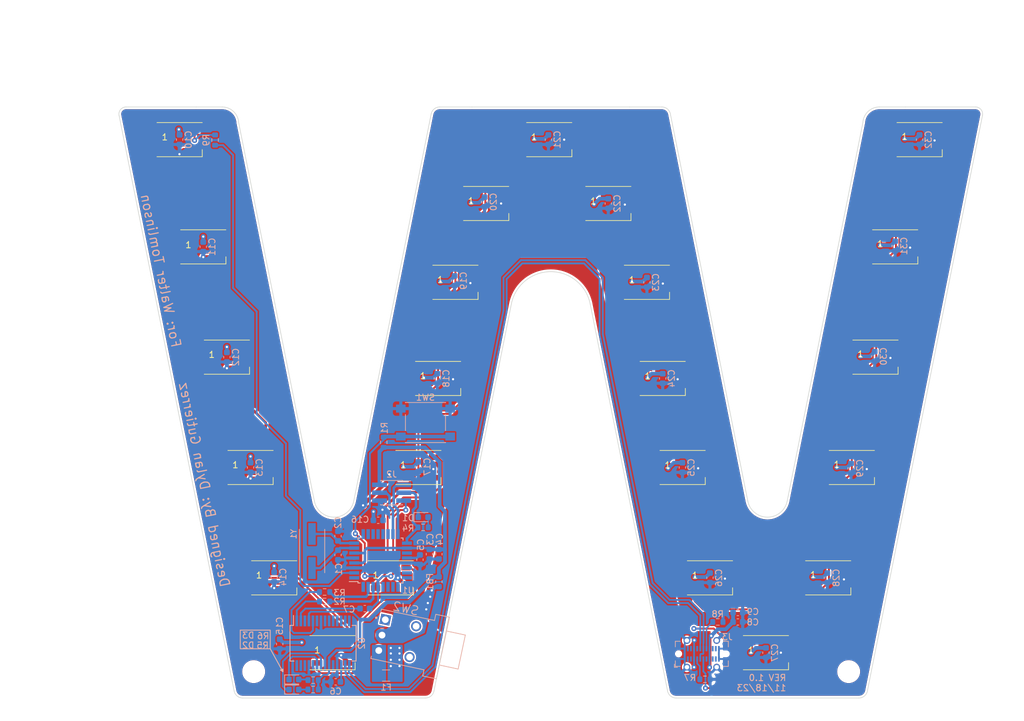
<source format=kicad_pcb>
(kicad_pcb (version 20221018) (generator pcbnew)
  (layers (0 "F.Cu" signal) (31 "B.Cu" signal) (34 "B.Paste" user) (35 "F.Paste" user) (36 "B.SilkS" user "B.Silkscreen") (37 "F.SilkS" user "F.Silkscreen") (38 "B.Mask" user) (39 "F.Mask" user) (44 "Edge.Cuts" user))
  (net 0 "")
  (net 1 "GND")
  (net 2 "/XTAL1")
  (net 3 "/XTAL2")
  (net 4 "+5V")
  (net 5 "/AREF")
  (net 6 "+3V3")
  (net 7 "/~{RESET}")
  (net 8 "Net-(U2-DTR)")
  (net 9 "VBUS")
  (net 10 "/5V_WS2812B")
  (net 11 "Net-(D1-A)")
  (net 12 "Net-(D2-K)")
  (net 13 "Net-(D2-A)")
  (net 14 "Net-(D3-K)")
  (net 15 "Net-(D3-A)")
  (net 16 "Net-(D4-DOUT)")
  (net 17 "/DIN_START")
  (net 18 "Net-(D5-DOUT)")
  (net 19 "Net-(D6-DOUT)")
  (net 20 "Net-(D7-DOUT)")
  (net 21 "Net-(D8-DOUT)")
  (net 22 "Net-(D10-DIN)")
  (net 23 "Net-(D10-DOUT)")
  (net 24 "Net-(D11-DOUT)")
  (net 25 "Net-(D12-DOUT)")
  (net 26 "Net-(D13-DOUT)")
  (net 27 "Net-(D14-DOUT)")
  (net 28 "Net-(D15-DOUT)")
  (net 29 "Net-(D16-DOUT)")
  (net 30 "/D17_D18")
  (net 31 "Net-(D18-DOUT)")
  (net 32 "Net-(D19-DOUT)")
  (net 33 "Net-(D20-DOUT)")
  (net 34 "Net-(D21-DOUT)")
  (net 35 "Net-(D22-DOUT)")
  (net 36 "Net-(D23-DOUT)")
  (net 37 "Net-(D24-DOUT)")
  (net 38 "Net-(D25-DOUT)")
  (net 39 "Net-(SW2-C)")
  (net 40 "/D12_MISO")
  (net 41 "/D13_SCK")
  (net 42 "/D11_MOSI")
  (net 43 "Net-(J3-CC1)")
  (net 44 "/USBD+")
  (net 45 "/USBD-")
  (net 47 "Net-(J3-CC2)")
  (net 49 "/D0_RX")
  (net 50 "/RX")
  (net 51 "/D1_TX")
  (net 52 "/TX")
  (net 53 "/D4")
  (net 55 "/D3")
  (net 56 "/D5")
  (net 57 "/D6")
  (net 58 "/D7")
  (net 59 "/D8")
  (net 60 "/D9")
  (net 61 "/D10")
  (net 62 "/A6")
  (net 63 "/A7")
  (net 64 "/A0")
  (net 65 "/A1")
  (net 66 "/A2")
  (net 67 "/A3")
  (net 68 "/A4")
  (net 69 "/A5")
  (net 70 "/D2")
  (footprint "LED_SMD:LED_WS2812B_PLCC4_5.0x5.0mm_P3.2mm" (layer "F.Cu") (at 104.267 108.966)
    (fp_text reference "D7" hide)
    (fp_text value "WS2812B")
  )
  (footprint "LED_SMD:LED_WS2812B_PLCC4_5.0x5.0mm_P3.2mm" (layer "F.Cu") (at 168.148 79.121)
    (fp_text reference "D17" hide)
    (fp_text value "WS2812B")
  )
  (footprint "LED_SMD:LED_WS2812B_PLCC4_5.0x5.0mm_P3.2mm" (layer "F.Cu") (at 108.077 126.746)
    (fp_text reference "D8" hide)
    (fp_text value "WS2812B")
  )
  (footprint "LED_SMD:LED_WS2812B_PLCC4_5.0x5.0mm_P3.2mm" (layer "F.Cu") (at 100.457 91.186)
    (fp_text reference "D6" hide)
    (fp_text value "WS2812B")
  )
  (footprint "LED_SMD:LED_WS2812B_PLCC4_5.0x5.0mm_P3.2mm" (layer "F.Cu") (at 208.153 73.406)
    (fp_text reference "D25" hide)
    (fp_text value "WS2812B")
  )
  (footprint "LED_SMD:LED_WS2812B_PLCC4_5.0x5.0mm_P3.2mm" (layer "F.Cu") (at 197.358 126.746)
    (fp_text reference "D22" hide)
    (fp_text value "WS2812B")
  )
  (footprint "LED_SMD:LED_WS2812B_PLCC4_5.0x5.0mm_P3.2mm" (layer "F.Cu") (at 126.873 126.746)
    (fp_text reference "D10" hide)
    (fp_text value "WS2812B")
  )
  (footprint "LED_SMD:LED_WS2812B_PLCC4_5.0x5.0mm_P3.2mm" (layer "F.Cu") (at 170.688 94.615)
    (fp_text reference "D18" hide)
    (fp_text value "WS2812B")
  )
  (footprint "LED_SMD:LED_WS2812B_PLCC4_5.0x5.0mm_P3.2mm" (layer "F.Cu") (at 92.837 56.134)
    (fp_text reference "D4" hide)
    (fp_text value "WS2812B")
  )
  (footprint "LED_SMD:LED_WS2812B_PLCC4_5.0x5.0mm_P3.2mm" (layer "F.Cu") (at 201.168 108.966)
    (fp_text reference "D23" hide)
    (fp_text value "WS2812B")
  )
  (footprint "LED_SMD:LED_WS2812B_PLCC4_5.0x5.0mm_P3.2mm" (layer "F.Cu") (at 152.4 56.134)
    (fp_text reference "D15" hide)
    (fp_text value "WS2812B")
  )
  (footprint "MountingHole:MountingHole_3.2mm_M3" (layer "F.Cu") (at 104.775 141.859)
    (fp_text reference "H2" hide)
    (fp_text value "MountingHole")
  )
  (footprint "LED_SMD:LED_WS2812B_PLCC4_5.0x5.0mm_P3.2mm" (layer "F.Cu") (at 137.287 79.121)
    (fp_text reference "D13" hide)
    (fp_text value "WS2812B")
  )
  (footprint "LED_SMD:LED_WS2812B_PLCC4_5.0x5.0mm_P3.2mm" (layer "F.Cu") (at 161.925 66.421)
    (fp_text reference "D16" hide)
    (fp_text value "WS2812B")
  )
  (footprint "LED_SMD:LED_WS2812B_PLCC4_5.0x5.0mm_P3.2mm" (layer "F.Cu") (at 173.9 108.965)
    (fp_text reference "D19" hide)
    (fp_text value "WS2812B")
  )
  (footprint "LED_SMD:LED_WS2812B_PLCC4_5.0x5.0mm_P3.2mm" (layer "F.Cu") (at 117.475 138.811)
    (fp_text reference "D9" hide)
    (fp_text value "WS2812B")
  )
  (footprint "LED_SMD:LED_WS2812B_PLCC4_5.0x5.0mm_P3.2mm" (layer "F.Cu") (at 134.493 94.615)
    (fp_text reference "D12" hide)
    (fp_text value "WS2812B")
  )
  (footprint "LED_SMD:LED_WS2812B_PLCC4_5.0x5.0mm_P3.2mm" (layer "F.Cu") (at 187.325 138.811)
    (fp_text reference "D21" hide)
    (fp_text value "WS2812B")
  )
  (footprint "LED_SMD:LED_WS2812B_PLCC4_5.0x5.0mm_P3.2mm" (layer "F.Cu") (at 178.308 126.746)
    (fp_text reference "D20" hide)
    (fp_text value "WS2812B")
  )
  (footprint "LED_SMD:LED_WS2812B_PLCC4_5.0x5.0mm_P3.2mm" (layer "F.Cu") (at 131.318 108.966)
    (fp_text reference "D11" hide)
    (fp_text value "WS2812B")
  )
  (footprint "MountingHole:MountingHole_3.2mm_M3" (layer "F.Cu") (at 200.66 141.859)
    (fp_text reference "H1" hide)
    (fp_text value "MountingHole")
  )
  (footprint "LED_SMD:LED_WS2812B_PLCC4_5.0x5.0mm_P3.2mm" (layer "F.Cu") (at 96.647 73.406)
    (fp_text reference "D5" hide)
    (fp_text value "WS2812B")
  )
  (footprint "LED_SMD:LED_WS2812B_PLCC4_5.0x5.0mm_P3.2mm" (layer "F.Cu") (at 142.24 66.421)
    (fp_text reference "D14" hide)
    (fp_text value "WS2812B")
  )
  (footprint "LED_SMD:LED_WS2812B_PLCC4_5.0x5.0mm_P3.2mm" (layer "F.Cu") (at 204.978 91.186)
    (fp_text reference "D24" hide)
    (fp_text value "WS2812B")
  )
  (footprint "LED_SMD:LED_WS2812B_PLCC4_5.0x5.0mm_P3.2mm" (layer "F.Cu") (at 212.09 56.134)
    (fp_text reference "D26" hide)
    (fp_text value "WS2812B")
  )
  (footprint "Resistor_SMD:R_0603_1608Metric" (layer "B.Cu") (at 98.552 56.197 -90)
    (fp_text reference "R9")
    (fp_text value "330")
  )
  (footprint "Capacitor_SMD:C_0603_1608Metric" (layer "B.Cu") (at 100.457 91.186 90)
    (fp_text reference "C12")
    (fp_text value "22pF")
  )
  (footprint "Inductor_SMD:L_0603_1608Metric" (layer "B.Cu") (at 134.62 127.381 -90)
    (fp_text reference "FB1")
    (fp_text value "FerriteBead")
  )
  (footprint "LED_SMD:LED_0603_1608Metric" (layer "B.Cu") (at 132.08 116.967)
    (fp_text reference "D1")
    (fp_text value "LED")
  )
  (footprint "Capacitor_SMD:C_0603_1608Metric" (layer "B.Cu") (at 173.863 108.966 90)
    (fp_text reference "C25")
    (fp_text value "22pF")
  )
  (footprint "Capacitor_SMD:C_0603_1608Metric" (layer "B.Cu") (at 92.837 56.134 90)
    (fp_text reference "C10")
    (fp_text value "22pF")
  )
  (footprint "Capacitor_SMD:C_0603_1608Metric" (layer "B.Cu") (at 197.231 126.746 90)
    (fp_text reference "C28")
    (fp_text value "22pF")
  )
  (footprint "Resistor_SMD:R_0603_1608Metric" (layer "B.Cu") (at 132.08 118.618 180)
    (fp_text reference "R4")
    (fp_text value "330")
  )
  (footprint "Button_Switch_SMD:SW_Push_1P1T_NO_6x6mm_H9.5mm" (layer "B.Cu") (at 132.461 101.727 180)
    (fp_text reference "SW1")
    (fp_text value "RESET")
  )
  (footprint "LED_SMD:LED_0603_1608Metric" (layer "B.Cu") (at 111.252 143.129)
    (fp_text reference "D3")
    (fp_text value "RED_RX")
  )
  (footprint "Capacitor_SMD:C_0603_1608Metric" (layer "B.Cu") (at 122.682 131.699 180)
    (fp_text reference "C7")
    (fp_text value "0.1uF")
  )
  (footprint "Capacitor_SMD:C_0603_1608Metric" (layer "B.Cu") (at 134.366 94.615 90)
    (fp_text reference "C18")
    (fp_text value "22pF")
  )
  (footprint "Capacitor_SMD:C_0603_1608Metric" (layer "B.Cu") (at 124.841 117.475 180)
    (fp_text reference "C16")
    (fp_text value "22pF")
  )
  (footprint "Capacitor_SMD:C_0603_1608Metric" (layer "B.Cu") (at 108.077 126.619 90)
    (fp_text reference "C14")
    (fp_text value "22pF")
  )
  (footprint "Capacitor_SMD:C_0603_1608Metric" (layer "B.Cu") (at 104.267 108.966 90)
    (fp_text reference "C13")
    (fp_text value "22pF")
  )
  (footprint "Capacitor_SMD:C_0603_1608Metric" (layer "B.Cu") (at 178.308 126.746 90)
    (fp_text reference "C26")
    (fp_text value "22pF")
  )
  (footprint "Fuse:Fuse_1206_3216Metric" (layer "B.Cu") (at 126.111 142.494)
    (fp_text reference "F1")
    (fp_text value "3A")
  )
  (footprint "Resistor_SMD:R_0603_1608Metric" (layer "B.Cu") (at 114.3526 143.2306)
    (fp_text reference "R6")
    (fp_text value "330")
  )
  (footprint "Resistor_SMD:R_0603_1608Metric" (layer "B.Cu") (at 116.205 130.556 180)
    (fp_text reference "R2")
    (fp_text value "1K")
  )
  (footprint "LightLetter_FP:XTAL_ABLS7M-16.000MHZ-B-2-T" (layer "B.Cu") (at 114.173 122.428 -90)
    (fp_text reference "Y1")
    (fp_text value "16 MHz")
  )
  (footprint "Capacitor_SMD:C_0603_1608Metric" (layer "B.Cu") (at 118.364 123.063 90)
    (fp_text reference "C1")
    (fp_text value "22pF")
  )
  (footprint "Capacitor_SMD:C_0603_1608Metric" (layer "B.Cu") (at 212.09 56.134 90)
    (fp_text reference "C32")
    (fp_text value "22pF")
  )
  (footprint "Capacitor_SMD:C_0603_1608Metric" (layer "B.Cu") (at 187.325 138.811 90)
    (fp_text reference "C27")
    (fp_text value "22pF")
  )
  (footprint "Resistor_SMD:R_0603_1608Metric" (layer "B.Cu") (at 125.73 104.902 90)
    (fp_text reference "R1")
    (fp_text value "1K")
  )
  (footprint "Capacitor_SMD:C_0603_1608Metric" (layer "B.Cu") (at 208.153 73.279 90)
    (fp_text reference "C31")
    (fp_text value "22pF")
  )
  (footprint "Capacitor_SMD:C_0603_1608Metric" (layer "B.Cu") (at 170.688 94.615 90)
    (fp_text reference "C24")
    (fp_text value "22pF")
  )
  (footprint "LightLetter_FP:SW_500ASSP1M6QE" (layer "B.Cu") (at 130.429 137.033 -102)
    (fp_text reference "SW2")
    (fp_text value "SW_SPDT")
  )
  (footprint "Connector_USB:USB_C_Receptacle_GCT_USB4115-03-C" (layer "B.Cu") (at 176.994 138.992)
    (fp_text reference "J3")
    (fp_text value "USB_C_Receptacle_USB2.0")
  )
  (footprint "Capacitor_SMD:C_0603_1608Metric" (layer "B.Cu") (at 118.364 120.015 -90)
    (fp_text reference "C2")
    (fp_text value "22pF")
  )
  (footprint "LED_SMD:LED_0603_1608Metric" (layer "B.Cu") (at 111.252 144.7546)
    (fp_text reference "D2")
    (fp_text value "GREEN_TX")
  )
  (footprint "Capacitor_SMD:C_0603_1608Metric" (layer "B.Cu") (at 141.986 66.167 90)
    (fp_text reference "C20")
    (fp_text value "22pF")
  )
  (footprint "Capacitor_SMD:C_0603_1608Metric" (layer "B.Cu") (at 96.647 73.406 90)
    (fp_text reference "C11")
    (fp_text value "22pF")
  )
  (footprint "Capacitor_SMD:C_0603_1608Metric" (layer "B.Cu") (at 131.572 123.825 -90)
    (fp_text reference "C5")
    (fp_text value "0.1uF")
  )
  (footprint "Resistor_SMD:R_0603_1608Metric" (layer "B.Cu") (at 179.578 133.858 180)
    (fp_text reference "R8")
    (fp_text value "5.1K")
  )
  (footprint "Connector_PinHeader_1.27mm:PinHeader_2x03_P1.27mm_Vertical_SMD" (layer "B.Cu") (at 127 113.03 180)
    (fp_text reference "J2")
    (fp_text value "Conn_02x03_Odd_Even")
  )
  (footprint "Capacitor_SMD:C_0603_1608Metric" (layer "B.Cu") (at 131.318 108.839 90)
    (fp_text reference "C17")
    (fp_text value "22pF")
  )
  (footprint "Capacitor_SMD:C_0603_1608Metric" (layer "B.Cu") (at 182.8038 133.858)
    (fp_text reference "C8")
    (fp_text value "4.7uF")
  )
  (footprint "Resistor_SMD:R_0603_1608Metric" (layer "B.Cu") (at 114.3526 144.7484)
    (fp_text reference "R5")
    (fp_text value "330")
  )
  (footprint "Package_QFP:TQFP-32_7x7mm_P0.8mm" (layer "B.Cu") (at 125.222 123.952)
    (fp_text reference "U1")
    (fp_text value "ATmega328P-A")
  )
  (footprint "Capacitor_SMD:C_0603_1608Metric" (layer "B.Cu") (at 161.925 66.421 90)
    (fp_text reference "C22")
    (fp_text value "22pF")
  )
  (footprint "Capacitor_SMD:C_0603_1608Metric" (layer "B.Cu") (at 117.983 143.51 180)
    (fp_text reference "C6")
    (fp_text value "0.1uF")
  )
  (footprint "Capacitor_SMD:C_0603_1608Metric" (layer "B.Cu") (at 201.041 109.093 90)
    (fp_text reference "C29")
    (fp_text value "22pF")
  )
  (footprint "Capacitor_SMD:C_0603_1608Metric" (layer "B.Cu") (at 182.8038 132.334)
    (fp_text reference "C9")
    (fp_text value "0.1uF")
  )
  (footprint "Resistor_SMD:R_0603_1608Metric" (layer "B.Cu") (at 116.205 129.032 180)
    (fp_text reference "R3")
    (fp_text value "1K")
  )
  (footprint "Capacitor_SMD:C_0603_1608Metric" (layer "B.Cu") (at 133.096 122.936 -90)
    (fp_text reference "C3")
    (fp_text value "0.1uF")
  )
  (footprint "Resistor_SMD:R_0603_1608Metric" (layer "B.Cu") (at 177.4952 143.1036 180)
    (fp_text reference "R7")
    (fp_text value "5.1K")
  )
  (footprint "Capacitor_SMD:C_0603_1608Metric" (layer "B.Cu") (at 134.62 122.936 -90)
    (fp_text reference "C4")
    (fp_text value "4.7uF")
  )
  (footprint "Capacitor_SMD:C_0603_1608Metric" (layer "B.Cu") (at 168.148 79.121 90)
    (fp_text reference "C23")
    (fp_text value "22pF")
  )
  (footprint "Capacitor_SMD:C_0603_1608Metric" (layer "B.Cu") (at 108.966 137.414 90)
    (fp_text reference "C15")
    (fp_text value "22pF")
  )
  (footprint "Capacitor_SMD:C_0603_1608Metric" (layer "B.Cu") (at 137.16 78.867 90)
    (fp_text reference "C19")
    (fp_text value "22pF")
  )
  (footprint "Capacitor_SMD:C_0603_1608Metric" (layer "B.Cu") (at 152.273 56.134 90)
    (fp_text reference "C21")
    (fp_text value "22pF")
  )
  (footprint "Package_SO:SSOP-28_5.3x10.2mm_P0.65mm" (layer "B.Cu") (at 115.951 137.287 -90)
    (fp_text reference "U2")
    (fp_text value "FT232RL")
  )
  (footprint "Capacitor_SMD:C_0603_1608Metric" (layer "B.Cu") (at 204.851 91.059 90)
    (fp_text reference "C30")
    (fp_text value "22pF")
  )
  (gr_line (start 107.442 138.176) (end 109.474 141.859) (stroke (width 0.1524)) (layer "B.SilkS"))
  (gr_line (start 109.474 141.859) (end 109.474 141.478) (stroke (width 0.1524)) (layer "B.SilkS"))
  (gr_line (start 109.474 141.859) (end 109.093 141.605) (stroke (width 0.1524)) (layer "B.SilkS"))
  (gr_rect (start 102.616 135.1788) (end 107.442 138.176) (stroke (width 0.1524)) (fill none) (layer "B.SilkS"))
  (gr_line (start 109.093 141.605) (end 109.474 141.478) (stroke (width 0.1524)) (layer "B.SilkS"))
  (gr_line (start 109.474 141.478) (end 109.474 141.859) (stroke (width 0.1524)) (layer "B.SilkS"))
  (gr_line (start 171.908775 51.893548) (end 178.054 82.614123) (stroke (width 0.1)) (layer "Edge.Cuts"))
  (gr_line (start 101.622534 144.967026) (end 83.085218 52.255075) (stroke (width 0.1)) (layer "Edge.Cuts"))
  (gr_arc (start 133.372534 52.01122) (mid 133.851876 51.188574) (end 134.747 50.864123) (stroke (width 0.1)) (layer "Edge.Cuts"))
  (gr_line (start 165.354 50.864123) (end 170.561 50.864123) (stroke (width 0.1)) (layer "Edge.Cuts"))
  (gr_line (start 221.107 50.864123) (end 209.804 50.864123) (stroke (width 0.1)) (layer "Edge.Cuts"))
  (gr_arc (start 172.847 146.114861) (mid 171.952951 145.791529) (end 171.472534 144.971123) (stroke (width 0.1)) (layer "Edge.Cuts"))
  (gr_line (start 84.201 50.864123) (end 95.504 50.864123) (stroke (width 0.1)) (layer "Edge.Cuts"))
  (gr_arc (start 102.997 146.114123) (mid 102.101876 145.789672) (end 101.622534 144.967026) (stroke (width 0.1)) (layer "Edge.Cuts"))
  (gr_arc (start 83.085218 52.255075) (mid 83.309412 51.291917) (end 84.201 50.864123) (stroke (width 0.1)) (layer "Edge.Cuts"))
  (gr_line (start 209.804 50.864123) (end 205.613 50.864123) (stroke (width 0.1)) (layer "Edge.Cuts"))
  (gr_arc (start 190.754 114.364123) (mid 187.579 116.967) (end 184.404 114.364123) (stroke (width 0.1)) (layer "Edge.Cuts"))
  (gr_arc (start 146.304001 82.614123) (mid 152.654 77.408369) (end 159.003999 82.614123) (stroke (width 0.1)) (layer "Edge.Cuts"))
  (gr_line (start 146.304 82.614123) (end 133.835466 144.967026) (stroke (width 0.1)) (layer "Edge.Cuts"))
  (gr_line (start 95.504 50.864123) (end 99.695 50.864123) (stroke (width 0.1)) (layer "Edge.Cuts"))
  (gr_arc (start 99.695 50.864123) (mid 101.535457 51.60094) (end 102.358981 53.404267) (stroke (width 0.1)) (layer "Edge.Cuts"))
  (gr_line (start 139.954 50.864123) (end 134.747 50.864123) (stroke (width 0.1)) (layer "Edge.Cuts"))
  (gr_arc (start 133.835466 144.967026) (mid 133.356124 145.789672) (end 132.461 146.114123) (stroke (width 0.1)) (layer "Edge.Cuts"))
  (gr_line (start 172.847 146.114861) (end 202.311 146.114123) (stroke (width 0.1)) (layer "Edge.Cuts"))
  (gr_line (start 102.358981 53.404267) (end 108.204 82.614123) (stroke (width 0.1)) (layer "Edge.Cuts"))
  (gr_line (start 222.222782 52.255075) (end 203.658775 145.084698) (stroke (width 0.1)) (layer "Edge.Cuts"))
  (gr_line (start 178.054 82.614123) (end 184.404 114.364123) (stroke (width 0.1)) (layer "Edge.Cuts"))
  (gr_line (start 120.904 114.364123) (end 127.254 82.614123) (stroke (width 0.1)) (layer "Edge.Cuts"))
  (gr_line (start 133.372534 52.01122) (end 127.254 82.614123) (stroke (width 0.1)) (layer "Edge.Cuts"))
  (gr_arc (start 203.658775 145.084698) (mid 203.15897 145.827328) (end 202.311 146.114123) (stroke (width 0.1)) (layer "Edge.Cuts"))
  (gr_arc (start 170.561 50.864123) (mid 171.40897 51.150918) (end 171.908775 51.893548) (stroke (width 0.1)) (layer "Edge.Cuts"))
  (gr_line (start 139.954 50.864123) (end 165.354 50.864123) (stroke (width 0.1)) (layer "Edge.Cuts"))
  (gr_line (start 197.104 82.614123) (end 190.754 114.364123) (stroke (width 0.1)) (layer "Edge.Cuts"))
  (gr_line (start 171.472534 144.971123) (end 159.004 82.614123) (stroke (width 0.1)) (layer "Edge.Cuts"))
  (gr_line (start 132.461 146.114123) (end 102.997 146.114123) (stroke (width 0.1)) (layer "Edge.Cuts"))
  (gr_arc (start 120.904 114.364123) (mid 117.729 116.967) (end 114.554 114.364123) (stroke (width 0.1)) (layer "Edge.Cuts"))
  (gr_line (start 114.554 114.364123) (end 108.204 82.614123) (stroke (width 0.1)) (layer "Edge.Cuts"))
  (gr_arc (start 221.107 50.864123) (mid 221.998588 51.291917) (end 222.222782 52.255075) (stroke (width 0.1)) (layer "Edge.Cuts"))
  (gr_arc (start 202.949019 53.404267) (mid 203.772543 51.60094) (end 205.613 50.864123) (stroke (width 0.1)) (layer "Edge.Cuts"))
  (gr_line (start 202.949019 53.404267) (end 197.104 82.614123) (stroke (width 0.1)) (layer "Edge.Cuts"))
  (gr_text "REV 1.0\n11/18/23" (at 190.6778 145.0848) (layer "B.SilkS") (effects (font (size 1.016 1.016) (thickness 0.1524)) (justify left bottom mirror)))
  (gr_text "Designed By: Dylan Gutierrez     For: Walter Tomlinson" (at 99.314 128.4986 281.5) (layer "B.SilkS") (effects (font (size 1.524 1.524) (thickness 0.1905)) (justify left bottom mirror)))
  (segment (start 126.6444 110.8202) (end 122.4026 115.062) (width 0.6096) (layer "F.Cu") (net 1))
  (segment (start 210.603 75.056) (end 210.603 73.57) (width 0.6096) (layer "F.Cu") (net 1))
  (segment (start 144.69 68.071) (end 144.69 66.458) (width 0.6096) (layer "F.Cu") (net 1))
  (segment (start 100.585 92.836) (end 100.457 92.964) (width 0.6096) (layer "F.Cu") (net 1))
  (segment (start 110.526 128.397) (end 110.527 128.396) (width 0.6096) (layer "F.Cu") (net 1))
  (segment (start 189.775 138.848) (end 189.738 138.811) (width 0.6096) (layer "F.Cu") (net 1))
  (segment (start 199.808 128.396) (end 199.808 127.09) (width 0.6096) (layer "F.Cu") (net 1))
  (segment (start 203.618 109.257) (end 203.581 109.22) (width 0.6096) (layer "F.Cu") (net 1))
  (segment (start 154.85 56.171) (end 154.813 56.134) (width 0.6096) (layer "F.Cu") (net 1))
  (segment (start 139.737 80.771) (end 139.737 79.285) (width 0.6096) (layer "F.Cu") (net 1))
  (segment (start 125.5268 115.7732) (end 128.3716 112.9284) (width 0.4064) (layer "F.Cu") (net 1))
  (segment (start 164.592 66.5988) (end 164.375 66.8158) (width 0.6096) (layer "F.Cu") (net 1))
  (segment (start 154.85 57.784) (end 154.85 56.171) (width 0.6096) (layer "F.Cu") (net 1))
  (segment (start 129.323 128.053) (end 128.016 126.746) (width 0.6096) (layer "F.Cu") (net 1))
  (segment (start 102.907 92.836) (end 100.585 92.836) (width 0.6096) (layer "F.Cu") (net 1))
  (segment (start 176.403 109.093) (end 176.403 110.562) (width 0.6096) (layer "F.Cu") (net 1))
  (segment (start 133.768 109.257) (end 133.731 109.22) (width 0.6096) (layer "F.Cu") (net 1))
  (segment (start 176.403 110.562) (end 176.35 110.615) (width 0.6096) (layer "F.Cu") (net 1))
  (segment (start 207.428 92.836) (end 207.428 91.35) (width 0.6096) (layer "F.Cu") (net 1))
  (segment (start 180.721 128.359) (end 180.758 128.396) (width 0.6096) (layer "F.Cu") (net 1))
  (segment (start 119.925 140.2953) (end 118.872 139.2423) (width 0.6096) (layer "F.Cu") (net 1))
  (segment (start 199.808 127.09) (end 199.898 127) (width 0.6096) (layer "F.Cu") (net 1))
  (segment (start 207.428 91.35) (end 207.391 91.313) (width 0.6096) (layer "F.Cu") (net 1))
  (segment (start 119.925 140.461) (end 119.925 140.2953) (width 0.6096) (layer "F.Cu") (net 1))
  (segment (start 170.598 79.4396) (end 170.598 80.771) (width 0.6096) (layer "F.Cu") (net 1))
  (segment (start 99.097 75.056) (end 96.648 75.056) (width 0.6096) (layer "F.Cu") (net 1))
  (segment (start 203.618 110.616) (end 203.618 109.257) (width 0.6096) (layer "F.Cu") (net 1))
  (segment (start 128.3716 112.9284) (end 132.9944 112.9284) (width 0.4064) (layer "F.Cu") (net 1))
  (segment (start 104.267 110.744) (end 106.589 110.744) (width 0.6096) (layer "F.Cu") (net 1))
  (segment (start 95.287 57.784) (end 93.4984 57.784) (width 0.6096) (layer "F.Cu") (net 1))
  (segment (start 164.375 66.8158) (end 164.375 68.071) (width 0.6096) (layer "F.Cu") (net 1))
  (segment (start 139.737 79.285) (end 139.7 79.248) (width 0.6096) (layer "F.Cu") (net 1))
  (segment (start 210.603 73.57) (end 210.566 73.533) (width 0.6096) (layer "F.Cu") (net 1))
  (segment (start 133.768 110.616) (end 133.768 109.257) (width 0.6096) (layer "F.Cu") (net 1))
  (segment (start 170.7134 79.3242) (end 170.598 79.4396) (width 0.6096) (layer "F.Cu") (net 1))
  (segment (start 132.9944 112.9284) (end 133.768 112.1548) (width 0.4064) (layer "F.Cu") (net 1))
  (segment (start 189.775 140.461) (end 189.775 138.848) (width 0.6096) (layer "F.Cu") (net 1))
  (segment (start 106.589 110.744) (end 106.717 110.616) (width 0.6096) (layer "F.Cu") (net 1))
  (segment (start 133.768 112.1548) (end 133.768 110.616) (width 0.4064) (layer "F.Cu") (net 1))
  (segment (start 93.4984 57.784) (end 92.8116 58.4708) (width 0.6096) (layer "F.Cu") (net 1))
  (segment (start 136.943 96.265) (end 136.943 94.779) (width 0.6096) (layer "F.Cu") (net 1))
  (segment (start 214.54 56.298) (end 214.503 56.261) (width 0.6096) (layer "F.Cu") (net 1))
  (segment (start 129.323 128.396) (end 129.323 128.053) (width 0.6096) (layer "F.Cu") (net 1))
  (segment (start 180.721 126.873) (end 180.721 128.359) (width 0.6096) (layer "F.Cu") (net 1))
  (segment (start 96.648 75.056) (end 96.647 75.057) (width 0.6096) (layer "F.Cu") (net 1))
  (segment (start 144.69 66.458) (end 144.653 66.421) (width 0.6096) (layer "F.Cu") (net 1))
  (segment (start 214.54 57.784) (end 214.54 56.298) (width 0.6096) (layer "F.Cu") (net 1))
  (segment (start 173.101 96.228) (end 173.138 96.265) (width 0.6096) (layer "F.Cu") (net 1))
  (segment (start 108.077 128.397) (end 110.526 128.397) (width 0.6096) (layer "F.Cu") (net 1))
  (segment (start 126.6444 110.0836) (end 126.6444 110.8202) (width 0.6096) (layer "F.Cu") (net 1))
  (segment (start 173.101 94.742) (end 173.101 96.228) (width 0.6096) (layer "F.Cu") (net 1))
  (segment (start 136.943 94.779) (end 136.906 94.742) (width 0.6096) (layer "F.Cu") (net 1))
  (via (at 214.503 56.261) (size 0.8128) (drill 0.3556) (layers "F.Cu" "B.Cu") (net 1))
  (via (at 170.7134 79.3242) (size 0.8128) (drill 0.3556) (layers "F.Cu" "B.Cu") (net 1))
  (via (at 92.8116 58.4708) (size 0.8128) (drill 0.3556) (layers "F.Cu" "B.Cu") (net 1))
  (via (at 199.898 127) (size 0.8128) (drill 0.3556) (layers "F.Cu" "B.Cu") (net 1))
  (via (at 136.906 94.742) (size 0.8128) (drill 0.3556) (layers "F.Cu" "B.Cu") (net 1))
  (via (at 173.101 94.742) (size 0.8128) (drill 0.3556) (layers "F.Cu" "B.Cu") (net 1))
  (via (at 126.6444 110.0836) (size 0.8128) (drill 0.3556) (layers "F.Cu" "B.Cu") (net 1))
  (via (at 164.592 66.5988) (size 0.8128) (drill 0.3556) (layers "F.Cu" "B.Cu") (net 1))
  (via (at 139.7 79.248) (size 0.8128) (drill 0.3556) (layers "F.Cu" "B.Cu") (net 1))
  (via (at 118.872 139.2423) (size 0.8128) (drill 0.3556) (layers "F.Cu" "B.Cu") (net 1))
  (via (at 133.731 109.22) (size 0.8128) (drill 0.3556) (layers "F.Cu" "B.Cu") (net 1))
  (via (at 125.5268 115.7732) (size 0.8128) (drill 0.3556) (layers "F.Cu" "B.Cu") (net 1))
  (via (at 108.077 128.397) (size 0.8128) (drill 0.3556) (layers "F.Cu" "B.Cu") (net 1))
  (via (at 180.721 126.873) (size 0.8128) (drill 0.3556) (layers "F.Cu" "B.Cu") (net 1))
  (via (at 122.4026 115.062) (size 0.8128) (drill 0.3556) (layers "F.Cu" "B.Cu") (net 1))
  (via (at 96.647 75.057) (size 0.8128) (drill 0.3556) (layers "F.Cu" "B.Cu") (net 1))
  (via (at 104.267 110.744) (size 0.8128) (drill 0.3556) (layers "F.Cu" "B.Cu") (net 1))
  (via (at 176.403 109.093) (size 0.8128) (drill 0.3556) (layers "F.Cu" "B.Cu") (net 1))
  (via (at 144.653 66.421) (size 0.8128) (drill 0.3556) (layers "F.Cu" "B.Cu") (net 1))
  (via (at 154.813 56.134) (size 0.8128) (drill 0.3556) (layers "F.Cu" "B.Cu") (net 1))
  (via (at 189.738 138.811) (size 0.8128) (drill 0.3556) (layers "F.Cu" "B.Cu") (net 1))
  (via (at 128.016 126.746) (size 0.8128) (drill 0.3556) (layers "F.Cu" "B.Cu") (net 1))
  (via (at 210.566 73.533) (size 0.8128) (drill 0.3556) (layers "F.Cu" "B.Cu") (net 1))
  (via (at 203.581 109.22) (size 0.8128) (drill 0.3556) (layers "F.Cu" "B.Cu") (net 1))
  (via (at 207.391 91.313) (size 0.8128) (drill 0.3556) (layers "F.Cu" "B.Cu") (net 1))
  (via (at 100.457 92.964) (size 0.8128) (drill 0.3556) (layers "F.Cu" "B.Cu") (net 1))
  (segment (start 125.5268 115.7732) (end 125.4506 115.697) (width 0.4064) (layer "B.Cu") (net 1))
  (segment (start 154.813 56.134) (end 153.048 56.134) (width 0.6096) (layer "B.Cu") (net 1))
  (segment (start 203.581 109.22) (end 201.689 109.22) (width 0.6096) (layer "B.Cu") (net 1))
  (segment (start 212.738 56.261) (end 212.09 56.909) (width 0.6096) (layer "B.Cu") (net 1))
  (segment (start 104.267 109.741) (end 104.267 110.744) (width 0.6096) (layer "B.Cu") (net 1))
  (segment (start 136.906 94.742) (end 135.014 94.742) (width 0.6096) (layer "B.Cu") (net 1))
  (segment (start 125.4506 114.7006) (end 125.05 114.3) (width 0.4064) (layer "B.Cu") (net 1))
  (segment (start 108.077 127.394) (end 108.077 128.397) (width 0.6096) (layer "B.Cu") (net 1))
  (segment (start 178.308 127.521) (end 180.073 127.521) (width 0.6096) (layer "B.Cu") (net 1))
  (segment (start 125.4506 115.697) (end 125.4506 114.7006) (width 0.4064) (layer "B.Cu") (net 1))
  (segment (start 197.752 127) (end 197.231 127.521) (width 0.6096) (layer "B.Cu") (net 1))
  (segment (start 164.592 66.5988) (end 162.5222 66.5988) (width 0.6096) (layer "B.Cu") (net 1))
  (segment (start 133.731 109.22) (end 131.712 109.22) (width 0.6096) (layer "B.Cu") (net 1))
  (segment (start 172.453 95.39) (end 173.101 94.742) (width 0.6096) (layer "B.Cu") (net 1))
  (segment (start 144.653 66.421) (end 142.507 66.421) (width 0.6096) (layer "B.Cu") (net 1))
  (segment (start 133.096 123.711) (end 134.62 123.711) (width 0.4064) (layer "B.Cu") (net 1))
  (segment (start 118.226 140.887) (end 118.226 141.912066) (width 0.3048) (layer "B.Cu") (net 1))
  (segment (start 207.391 91.313) (end 205.372 91.313) (width 0.6096) (layer "B.Cu") (net 1))
  (segment (start 135.014 94.742) (end 134.366 95.39) (width 0.6096) (layer "B.Cu") (net 1))
  (segment (start 100.457 92.964) (end 100.457 91.961) (width 0.6096) (layer "B.Cu") (net 1))
  (segment (start 122.4026 115.062) (end 122.4026 115.2014) (width 0.6096) (layer "B.Cu") (net 1))
  (segment (start 208.674 73.533) (end 208.153 74.054) (width 0.6096) (layer "B.Cu") (net 1))
  (segment (start 174.594 141.142) (end 174.244 140.792) (width 0.2794) (layer "B.Cu") (net 1))
  (segment (start 168.7198 79.3242) (end 168.148 79.896) (width 0.6096) (layer "B.Cu") (net 1))
  (segment (start 189.738 138.811) (end 188.1 138.811) (width 0.6096) (layer "B.Cu") (net 1))
  (segment (start 174.244 140.792) (end 174.244 139.827) (width 0.2794) (layer "B.Cu") (net 1))
  (segment (start 162.5222 66.5988) (end 161.925 67.196) (width 0.6096) (layer "B.Cu") (net 1))
  (segment (start 122.4026 115.2014) (end 118.364 119.24) (width 0.6096) (layer "B.Cu") (net 1))
  (segment (start 199.898 127) (end 197.752 127) (width 0.6096) (layer "B.Cu") (net 1))
  (segment (start 125.616 115.8624) (end 125.5268 115.7732) (width 0.4064) (layer "B.Cu") (net 1))
  (segment (start 201.689 109.22) (end 201.041 109.868) (width 0.6096) (layer "B.Cu") (net 1))
  (segment (start 174.244 138.157) (end 174.244 137.192) (width 0.2794) (layer "B.Cu") (net 1))
  (segment (start 132.207 124.6) (end 133.096 123.711) (width 0.4064) (layer "B.Cu") (net 1))
  (segment (start 129.472 124.352) (end 131.324 124.352) (width 0.4064) (layer "B.Cu") (net 1))
  (segment (start 170.7134 79.3242) (end 168.7198 79.3242) (width 0.6096) (layer "B.Cu") (net 1))
  (segment (start 137.554 79.248) (end 137.16 79.642) (width 0.6096) (layer "B.Cu") (net 1))
  (segment (start 96.647 75.057) (end 96.647 74.181) (width 0.6096) (layer "B.Cu") (net 1))
  (segment (start 170.688 95.39) (end 172.453 95.39) (width 0.6096) (layer "B.Cu") (net 1))
  (segment (start 153.048 56.134) (end 152.273 56.909) (width 0.6096) (layer "B.Cu") (net 1))
  (segment (start 175.755 109.741) (end 176.403 109.093) (width 0.6096) (layer "B.Cu") (net 1))
  (segment (start 180.073 127.521) (end 180.721 126.873) (width 0.6096) (layer "B.Cu") (net 1))
  (segment (start 92.8116 58.4708) (end 92.837 58.4454) (width 0.6096) (layer "B.Cu") (net 1))
  (segment (start 210.566 73.533) (end 208.674 73.533) (width 0.6096) (layer "B.Cu") (net 1))
  (segment (start 131.318 109.614) (end 130.8484 110.0836) (width 0.6096) (layer "B.Cu") (net 1))
  (segment (start 131.572 124.6) (end 132.207 124.6) (width 0.4064) (layer "B.Cu") (net 1))
  (segment (start 174.244 138.157) (end 174.244 139.827) (width 0.2794) (layer "B.Cu") (net 1))
  (segment (start 142.507 66.421) (end 141.986 66.942) (width 0.6096) (layer "B.Cu") (net 1))
  (segment (start 139.7 79.248) (end 137.554 79.248) (width 0.6096) (layer "B.Cu") (net 1))
  (segment (start 205.372 91.313) (end 204.851 91.834) (width 0.6096) (layer "B.Cu") (net 1))
  (segment (start 173.863 109.741) (end 175.755 109.741) (width 0.6096) (layer "B.Cu") (net 1))
  (segment (start 188.1 138.811) (end 187.325 139.586) (width 0.6096) (layer "B.Cu") (net 1))
  (segment (start 214.503 56.261) (end 212.738 56.261) (width 0.6096) (layer "B.Cu") (net 1))
  (segment (start 174.244 137.192) (end 174.594 136.842) (width 0.2794) (layer "B.Cu") (net 1))
  (segment (start 130.8484 110.0836) (end 126.6444 110.0836) (width 0.6096) (layer "B.Cu") (net 1))
  (segment (start 131.324 124.352) (end 131.572 124.6) (width 0.4064) (layer "B.Cu") (net 1))
  (segment (start 131.712 109.22) (end 131.318 109.614) (width 0.6096) (layer "B.Cu") (net 1))
  (segment (start 118.226 141.912066) (end 117.208 142.930066) (width 0.3048) (layer "B.Cu") (net 1))
  (segment (start 125.616 117.475) (end 125.616 115.8624) (width 0.4064) (layer "B.Cu") (net 1))
  (segment (start 92.837 58.4454) (end 92.837 56.909) (width 0.6096) (layer "B.Cu") (net 1))
  (segment (start 117.208 142.930066) (end 117.208 143.51) (width 0.3048) (layer "B.Cu") (net 1))
  (segment (start 120.972 121.952) (end 118.7 121.952) (width 0.4064) (layer "B.Cu") (net 2))
  (segment (start 118.7 121.952) (end 118.364 122.288) (width 0.4064) (layer "B.Cu") (net 2))
  (segment (start 118.364 122.288) (end 115.474 125.178) (width 0.4064) (layer "B.Cu") (net 2))
  (segment (start 115.474 125.178) (end 114.173 125.178) (width 0.4064) (layer "B.Cu") (net 2))
  (segment (start 120.972 121.152) (end 118.726 121.152) (width 0.4064) (layer "B.Cu") (net 3))
  (segment (start 118.364 120.79) (end 117.252 119.678) (width 0.4064) (layer "B.Cu") (net 3))
  (segment (start 118.726 121.152) (end 118.364 120.79) (width 0.4064) (layer "B.Cu") (net 3))
  (segment (start 117.252 119.678) (end 114.173 119.678) (width 0.4064) (layer "B.Cu") (net 3))
  (segment (start 116.926 139.6242) (end 116.926 140.887) (width 0.4064) (layer "B.Cu") (net 4))
  (segment (start 132.887 121.952) (end 133.096 122.161) (width 0.4064) (layer "B.Cu") (net 4))
  (segment (start 129.794 130.683) (end 126.238 130.683) (width 0.6096) (layer "B.Cu") (net 4))
  (segment (start 134.62 122.161) (end 135.5906 122.161) (width 0.6096) (layer "B.Cu") (net 4))
  (segment (start 120.972 124.352) (end 122.3816 124.352) (width 0.4064) (layer "B.Cu") (net 4))
  (segment (start 125.73 105.727) (end 132.3462 105.727) (width 0.6096) (layer "B.Cu") (net 4))
  (segment (start 120.972 122.752) (end 122.7074 122.752) (width 0.4064) (layer "B.Cu") (net 4))
  (segment (start 116.6258 142.367) (end 116.926 142.0668) (width 0.3048) (layer "B.Cu") (net 4))
  (segment (start 121.92 133.477) (end 120.65 132.207) (width 0.3048) (layer "B.Cu") (net 4))
  (segment (start 113.676 132.5072) (end 113.676 133.687) (width 0.3048) (layer "B.Cu") (net 4))
  (segment (start 134.747 115.214708) (end 135.603 116.070708) (width 0.6096) (layer "B.Cu") (net 4))
  (segment (start 120.65 132.207) (end 113.9762 132.207) (width 0.3048) (layer "B.Cu") (net 4))
  (segment (start 123.444 133.477) (end 121.92 133.477) (width 0.6096) (layer "B.Cu") (net 4))
  (segment (start 122.7074 122.752) (end 122.7074 122.301) (width 0.4064) (layer "B.Cu") (net 4))
  (segment (start 125.73 105.727) (end 125.05 106.407) (width 0.6096) (layer "B.Cu") (net 4))
  (segment (start 135.603 124.239) (end 134.62 125.222) (width 0.6096) (layer "B.Cu") (net 4))
  (segment (start 135.603 122.1486) (end 135.603 124.239) (width 0.6096) (layer "B.Cu") (net 4))
  (segment (start 122.3816 124.352) (end 122.7074 124.0262) (width 0.4064) (layer "B.Cu") (net 4))
  (segment (start 134.62 125.222) (end 134.62 126.5935) (width 0.6096) (layer "B.Cu") (net 4))
  (segment (start 134.747 108.1278) (end 134.747 115.214708) (width 0.6096) (layer "B.Cu") (net 4))
  (segment (start 135.5906 122.161) (end 135.603 122.1486) (width 0.6096) (layer "B.Cu") (net 4))
  (segment (start 121.92 136.906) (end 120.396 138.43) (width 0.4064) (layer "B.Cu") (net 4))
  (segment (start 115.1776 144.5198) (end 115.1776 143.2306) (width 0.4064) (layer "B.Cu") (net 4))
  (segment (start 120.396 138.43) (end 118.1202 138.43) (width 0.4064) (layer "B.Cu") (net 4))
  (segment (start 121.92 133.477) (end 121.92 136.906) (width 0.4064) (layer "B.Cu") (net 4))
  (segment (start 125.05 110.363) (end 125.05 111.76) (width 0.6096) (layer "B.Cu") (net 4))
  (segment (start 132.3462 105.727) (end 134.747 108.1278) (width 0.6096) (layer "B.Cu") (net 4))
  (segment (start 133.8835 126.5935) (end 129.794 130.683) (width 0.6096) (layer "B.Cu") (net 4))
  (segment (start 126.238 130.683) (end 123.444 133.477) (width 0.6096) (layer "B.Cu") (net 4))
  (segment (start 115.1776 143.2306) (end 116.0412 142.367) (width 0.3048) (layer "B.Cu") (net 4))
  (segment (start 125.05 106.407) (end 125.05 110.363) (width 0.6096) (layer "B.Cu") (net 4))
  (segment (start 113.9762 132.207) (end 113.676 132.5072) (width 0.3048) (layer "B.Cu") (net 4))
  (segment (start 134.62 122.161) (end 133.096 122.161) (width 0.6096) (layer "B.Cu") (net 4))
  (segment (start 134.62 126.5935) (end 133.8835 126.5935) (width 0.6096) (layer "B.Cu") (net 4))
  (segment (start 122.7074 122.301) (end 123.0564 121.952) (width 0.4064) (layer "B.Cu") (net 4))
  (segment (start 122.7074 124.0262) (end 122.7074 122.752) (width 0.4064) (layer "B.Cu") (net 4))
  (segment (start 116.0412 142.367) (end 116.6258 142.367) (width 0.3048) (layer "B.Cu") (net 4))
  (segment (start 123.0564 121.952) (end 129.472 121.952) (width 0.4064) (layer "B.Cu") (net 4))
  (segment (start 116.926 142.0668) (end 116.926 140.887) (width 0.3048) (layer "B.Cu") (net 4))
  (segment (start 118.1202 138.43) (end 116.926 139.6242) (width 0.4064) (layer "B.Cu") (net 4))
  (segment (start 129.472 121.952) (end 132.887 121.952) (width 0.4064) (layer "B.Cu") (net 4))
  (segment (start 135.603 116.070708) (end 135.603 122.1486) (width 0.6096) (layer "B.Cu") (net 4))
  (segment (start 131.572 123.05) (end 131.07 123.552) (width 0.4064) (layer "B.Cu") (net 5))
  (segment (start 131.07 123.552) (end 129.472 123.552) (width 0.4064) (layer "B.Cu") (net 5))
  (segment (start 118.876 140.887) (end 118.876 143.392) (width 0.3048) (layer "B.Cu") (net 6))
  (segment (start 118.876 143.392) (end 118.758 143.51) (width 0.3048) (layer "B.Cu") (net 6))
  (segment (start 121.158 119.634) (end 122.682 121.158) (width 0.3048) (layer "F.Cu") (net 7))
  (segment (start 122.682 121.158) (end 122.682 126.492) (width 0.3048) (layer "F.Cu") (net 7))
  (segment (start 127.254 116.967) (end 128.397 115.824) (width 0.3048) (layer "F.Cu") (net 7))
  (segment (start 128.397 115.824) (end 129.286 115.824) (width 0.3048) (layer "F.Cu") (net 7))
  (segment (start 126.873 126.492) (end 127.254 126.111) (width 0.3048) (layer "F.Cu") (net 7))
  (segment (start 127.254 126.111) (end 127.254 116.967) (width 0.3048) (layer "F.Cu") (net 7))
  (via (at 129.286 115.824) (size 0.8128) (drill 0.3556) (layers "F.Cu" "B.Cu") (net 7))
  (via (at 121.158 119.634) (size 0.8128) (drill 0.3556) (layers "F.Cu" "B.Cu") (net 7))
  (via (at 122.682 126.492) (size 0.8128) (drill 0.3556) (layers "F.Cu" "B.Cu") (net 7))
  (via (at 126.873 126.492) (size 0.8128) (drill 0.3556) (layers "F.Cu" "B.Cu") (net 7))
  (segment (start 128.486 103.977) (end 125.83 103.977) (width 0.6096) (layer "B.Cu") (net 7))
  (segment (start 124.822 130.575) (end 124.822 128.202) (width 0.3048) (layer "B.Cu") (net 7))
  (segment (start 124.0982 126.492) (end 124.822 127.2158) (width 0.3048) (layer "B.Cu") (net 7))
  (segment (start 129.286 115.824) (end 129.286 114.636) (width 0.3048) (layer "B.Cu") (net 7))
  (segment (start 125.73 104.077) (end 125.73 104.4956) (width 0.3048) (layer "B.Cu") (net 7))
  (segment (start 125.226231 104.974702) (end 123.4948 106.706133) (width 0.3048) (layer "B.Cu") (net 7))
  (segment (start 125.73 104.4956) (end 125.250898 104.974702) (width 0.3048) (layer "B.Cu") (net 7))
  (segment (start 121.158 117.6528) (end 121.158 119.634) (width 0.3048) (layer "B.Cu") (net 7))
  (segment (start 123.4948 106.706133) (end 123.4948 115.316) (width 0.3048) (layer "B.Cu") (net 7))
  (segment (start 123.698 131.699) (end 124.822 130.575) (width 0.3048) (layer "B.Cu") (net 7))
  (segment (start 123.4948 115.316) (end 121.158 117.6528) (width 0.3048) (layer "B.Cu") (net 7))
  (segment (start 123.457 131.699) (end 123.698 131.699) (width 0.3048) (layer "B.Cu") (net 7))
  (segment (start 125.250898 104.974702) (end 125.226231 104.974702) (width 0.3048) (layer "B.Cu") (net 7))
  (segment (start 136.436 103.977) (end 128.486 103.977) (width 0.6096) (layer "B.Cu") (net 7))
  (segment (start 124.822 127.2158) (end 124.822 128.202) (width 0.3048) (layer "B.Cu") (net 7))
  (segment (start 125.5458 126.492) (end 124.822 127.2158) (width 0.3048) (layer "B.Cu") (net 7))
  (segment (start 126.873 126.492) (end 125.5458 126.492) (width 0.3048) (layer "B.Cu") (net 7))
  (segment (start 125.83 103.977) (end 125.73 104.077) (width 0.6096) (layer "B.Cu") (net 7))
  (segment (start 129.286 114.636) (end 128.95 114.3) (width 0.3048) (layer "B.Cu") (net 7))
  (segment (start 122.682 126.492) (end 124.0982 126.492) (width 0.3048) (layer "B.Cu") (net 7))
  (segment (start 112.376 132.4242) (end 113.1012 131.699) (width 0.3048) (layer "B.Cu") (net 8))
  (segment (start 113.1012 131.699) (end 121.907 131.699) (width 0.3048) (layer "B.Cu") (net 8))
  (segment (start 112.376 133.687) (end 112.376 132.4242) (width 0.3048) (layer "B.Cu") (net 8))
  (segment (start 175.753088 141.147853) (end 175.753088 136.844712) (width 0.6096) (layer "F.Cu") (net 9))
  (segment (start 175.778435 141.1732) (end 175.753088 141.147853) (width 0.6096) (layer "F.Cu") (net 9))
  (segment (start 178.511425 136.095719) (end 178.2318 136.375344) (width 0.6096) (layer "F.Cu") (net 9))
  (segment (start 178.511425 136.095719) (end 177.802744 136.8044) (width 0.6096) (layer "F.Cu") (net 9))
  (segment (start 177.802744 136.8044) (end 175.7934 136.8044) (width 0.6096) (layer "F.Cu") (net 9))
  (segment (start 178.2318 136.375344) (end 178.2318 141.1732) (width 0.6096) (layer "F.Cu") (net 9))
  (segment (start 178.2318 141.1732) (end 175.778435 141.1732) (width 0.6096) (layer "F.Cu") (net 9))
  (segment (start 175.753088 136.844712) (end 175.7934 136.8044) (width 0.6096) (layer "F.Cu") (net 9))
  (via (at 175.7934 136.8044) (size 0.8128) (drill 0.3556) (layers "F.Cu" "B.Cu") (net 9))
  (via (at 178.2318 141.1732) (size 0.8128) (drill 0.3556) (layers "F.Cu" "B.Cu") (net 9))
  (via (at 132.588 131.826) (size 0.8128) (drill 0.3556) (layers "F.Cu" "B.Cu") (net 9))
  (via (at 132.842 130.81) (size 0.8128) (drill 0.3556) (layers "F.Cu" "B.Cu") (net 9))
  (via (at 175.753088 141.147853) (size 0.8128) (drill 0.3556) (layers "F.Cu" "B.Cu") (net 9))
  (via (at 133.223 129.794) (size 0.8128) (drill 0.3556) (layers "F.Cu" "B.Cu") (net 9))
  (via (at 133.477 128.778) (size 0.8128) (drill 0.3556) (layers "F.Cu" "B.Cu") (net 9))
  (via (at 178.511425 136.095719) (size 0.8128) (drill 0.3556) (layers "F.Cu" "B.Cu") (net 9))
  (segment (start 175.744 136.8538) (end 175.7934 136.8044) (width 0.2794) (layer "B.Cu") (net 9))
  (segment (start 179.555344 135.0518) (end 180.835 135.0518) (width 0.6096) (layer "B.Cu") (net 9))
  (segment (start 134.0865 128.1685) (end 133.477 128.778) (width 0.6096) (layer "B.Cu") (net 9))
  (segment (start 178.244 138.157) (end 178.244 139.827) (width 0.2794) (layer "B.Cu") (net 9))
  (segment (start 180.835 135.0518) (end 182.0288 133.858) (width 0.6096) (layer "B.Cu") (net 9))
  (segment (start 178.511425 136.095719) (end 178.244 136.363144) (width 0.2794) (layer "B.Cu") (net 9))
  (segment (start 178.244 136.363144) (end 178.244 138.157) (width 0.2794) (layer "B.Cu") (net 9))
  (segment (start 178.2318 141.1732) (end 178.244 141.161) (width 0.2794) (layer "B.Cu") (net 9))
  (segment (start 175.744 139.827) (end 175.744 141.138765) (width 0.2794) (layer "B.Cu") (net 9))
  (segment (start 182.0288 133.858) (end 182.0288 132.334) (width 0.6096) (layer "B.Cu") (net 9))
  (segment (start 175.744 141.138765) (end 175.753088 141.147853) (width 0.2794) (layer "B.Cu") (net 9))
  (segment (start 175.744 138.157) (end 175.744 136.8538) (width 0.2794) (layer "B.Cu") (net 9))
  (segment (start 178.244 141.161) (end 178.244 139.827) (width 0.2794) (layer "B.Cu") (net 9))
  (segment (start 175.744 138.157) (end 175.744 139.827) (width 0.2794) (layer "B.Cu") (net 9))
  (segment (start 178.511425 136.095719) (end 179.555344 135.0518) (width 0.6096) (layer "B.Cu") (net 9))
  (segment (start 134.62 128.1685) (end 134.0865 128.1685) (width 0.6096) (layer "B.Cu") (net 9))
  (segment (start 159.639 64.935) (end 159.475 64.771) (width 0.6096) (layer "F.Cu") (net 10))
  (segment (start 202.528 91.022) (end 202.565 91.059) (width 0.6096) (layer "F.Cu") (net 10))
  (segment (start 202.528 89.536) (end 202.528 91.022) (width 0.6096) (layer "F.Cu") (net 10))
  (segment (start 205.703 73.115) (end 205.74 73.152) (width 0.6096) (layer "F.Cu") (net 10))
  (segment (start 132.043 92.965) (end 132.043 94.324) (width 0.6096) (layer "F.Cu") (net 10))
  (segment (start 198.718 108.929) (end 198.755 108.966) (width 0.6096) (layer "F.Cu") (net 10))
  (segment (start 159.639 66.548) (end 159.639 64.935) (width 0.6096) (layer "F.Cu") (net 10))
  (segment (start 104.139 107.316) (end 104.267 107.188) (width 0.6096) (layer "F.Cu") (net 10))
  (segment (start 194.908 126.582) (end 194.945 126.619) (width 0.6096) (layer "F.Cu") (net 10))
  (segment (start 112.523 137.161) (end 112.522 137.16) (width 0.6096) (layer "F.Cu") (net 10))
  (segment (start 100.456 89.536) (end 100.457 89.535) (width 0.6096) (layer "F.Cu") (net 10))
  (segment (start 105.882 124.841) (end 105.627 125.096) (width 0.6096) (layer "F.Cu") (net 10))
  (segment (start 115.025 137.161) (end 112.523 137.161) (width 0.6096) (layer "F.Cu") (net 10))
  (segment (start 168.238 92.965) (end 168.238 94.451) (width 0.6096) (layer "F.Cu") (net 10))
  (segment (start 165.698 78.957) (end 165.735 78.994) (width 0.6096) (layer "F.Cu") (net 10))
  (segment (start 205.703 71.756) (end 205.703 73.115) (width 0.6096) (layer "F.Cu") (net 10))
  (segment (start 139.79 64.771) (end 139.79 66.257) (width 0.6096) (layer "F.Cu") (net 10))
  (segment (start 134.837 78.957) (end 134.874 78.994) (width 0.6096) (layer "F.Cu") (net 10))
  (segment (start 128.868 108.802) (end 128.905 108.839) (width 0.6096) (layer "F.Cu") (net 10))
  (segment (start 168.238 94.451) (end 168.275 94.488) (width 0.6096) (layer "F.Cu") (net 10))
  (segment (start 165.698 77.471) (end 165.698 78.957) (width 0.6096) (layer "F.Cu") (net 10))
  (segment (start 124.423 116.422) (end 124.079 116.078) (width 0.6096) (layer "F.Cu") (net 10))
  (segment (start 171.577 109.093) (end 171.577 107.442) (width 0.6096) (layer "F.Cu") (net 10))
  (segment (start 175.858 126.582) (end 175.895 126.619) (width 0.6096) (layer "F.Cu") (net 10))
  (segment (start 139.79 66.257) (end 139.827 66.294) (width 0.6096) (layer "F.Cu") (net 10))
  (segment (start 134.837 77.471) (end 134.837 78.957) (width 0.6096) (layer "F.Cu") (net 10))
  (segment (start 194.908 125.096) (end 194.908 126.582) (width 0.6096) (layer "F.Cu") (net 10))
  (segment (start 198.718 107.316) (end 198.718 108.929) (width 0.6096) (layer "F.Cu") (net 10))
  (segment (start 108.077 124.841) (end 105.882 124.841) (width 0.6096) (layer "F.Cu") (net 10))
  (segment (start 128.868 107.316) (end 128.868 108.802) (width 0.6096) (layer "F.Cu") (net 10))
  (segment (start 101.817 107.316) (end 104.139 107.316) (width 0.6096) (layer "F.Cu") (net 10))
  (segment (start 149.95 54.484) (end 149.95 55.97) (width 0.6096) (layer "F.Cu") (net 10))
  (segment (start 209.64 54.484) (end 209.64 55.97) (width 0.6096) (layer "F.Cu") (net 10))
  (segment (start 171.577 107.442) (end 171.45 107.315) (width 0.6096) (layer "F.Cu") (net 10))
  (segment (start 175.858 125.096) (end 175.858 126.582) (width 0.6096) (layer "F.Cu") (net 10))
  (segment (start 96.647 71.755) (end 94.198 71.755) (width 0.6096) (layer "F.Cu") (net 10))
  (segment (start 209.64 55.97) (end 209.677 56.007) (width 0.6096) (layer "F.Cu") (net 10))
  (segment (start 184.912 137.198) (end 184.875 137.161) (width 0.6096) (layer "F.Cu") (net 10))
  (segment (start 90.387 54.484) (end 92.709 54.484) (width 0.6096) (layer "F.Cu") (net 10))
  (segment (start 92.709 54.484) (end 92.71 54.483) (width 0.3048) (layer "F.Cu") (net 10))
  (segment (start 94.198 71.755) (end 94.197 71.756) (width 0.6096) (layer "F.Cu") (net 10))
  (segment (start 184.912 138.811) (end 184.912 137.198) (width 0.6096) (layer "F.Cu") (net 10))
  (segment (start 132.043 94.324) (end 132.207 94.488) (width 0.6096) (layer "F.Cu") (net 10))
  (segment (start 124.423 125.096) (end 124.423 116.422) (width 0.6096) (layer "F.Cu") (net 10))
  (segment (start 98.007 89.536) (end 100.456 89.536) (width 0.6096) (layer "F.Cu") (net 10))
  (segment (start 149.95 55.97) (end 149.987 56.007) (width 0.6096) (layer "F.Cu") (net 10))
  (via (at 126.876 140.97) (size 0.8128) (drill 0.3556) (layers "F.Cu" "B.Cu") (net 10))
  (via (at 126.873 138.049) (size 0.8128) (drill 0.3556) (layers "F.Cu" "B.Cu") (net 10))
  (via (at 139.827 66.294) (size 0.8128) (drill 0.3556) (layers "F.Cu" "B.Cu") (net 10))
  (via (at 175.895 126.619) (size 0.8128) (drill 0.3556) (layers "F.Cu" "B.Cu") (net 10))
  (via (at 100.457 89.535) (size 0.8128) (drill 0.3556) (layers "F.Cu" "B.Cu") (net 10))
  (via (at 128.27 138.049) (size 0.8128) (drill 0.3556) (layers "F.Cu" "B.Cu") (net 10))
  (via (at 124.079 116.078) (size 0.8128) (drill 0.3556) (layers "F.Cu" "B.Cu") (net 10))
  (via (at 112.522 137.16) (size 0.8128) (drill 0.3556) (layers "F.Cu" "B.Cu") (net 10))
  (via (at 108.077 124.841) (size 0.8128) (drill 0.3556) (layers "F.Cu" "B.Cu") (net 10))
  (via (at 128.273 139.954) (size 0.8128) (drill 0.3556) (layers "F.Cu" "B.Cu") (net 10))
  (via (at 126.876 139.954) (size 0.8128) (drill 0.3556) (layers "F.Cu" "B.Cu") (net 10))
  (via (at 132.207 94.488) (size 0.8128) (drill 0.3556) (layers "F.Cu" "B.Cu") (net 10))
  (via (at 194.945 126.619) (size 0.8128) (drill 0.3556) (layers "F.Cu" "B.Cu") (net 10))
  (via (at 149.987 56.007) (size 0.8128) (drill 0.3556) (layers "F.Cu" "B.Cu") (net 10))
  (via (at 128.273 138.938) (size 0.8128) (drill 0.3556) (layers "F.Cu" "B.Cu") (net 10))
  (via (at 205.74 73.152) (size 0.8128) (drill 0.3556) (layers "F.Cu" "B.Cu") (net 10))
  (via (at 184.912 138.811) (size 0.8128) (drill 0.3556) (layers "F.Cu" "B.Cu") (net 10))
  (via (at 92.71 54.483) (size 0.8128) (drill 0.3556) (layers "F.Cu" "B.Cu") (net 10))
  (via (at 134.874 78.994) (size 0.8128) (drill 0.3556) (layers "F.Cu" "B.Cu") (net 10))
  (via (at 128.273 140.97) (size 0.8128) (drill 0.3556) (layers "F.Cu" "B.Cu") (net 10))
  (via (at 159.639 66.548) (size 0.8128) (drill 0.3556) (layers "F.Cu" "B.Cu") (net 10))
  (via (at 209.677 56.007) (size 0.8128) (drill 0.3556) (layers "F.Cu" "B.Cu") (net 10))
  (via (at 198.755 108.966) (size 0.8128) (drill 0.3556) (layers "F.Cu" "B.Cu") (net 10))
  (via (at 126.876 138.938) (size 0.8128) (drill 0.3556) (layers "F.Cu" "B.Cu") (net 10))
  (via (at 165.735 78.994) (size 0.8128) (drill 0.3556) (layers "F.Cu" "B.Cu") (net 10))
  (via (at 128.905 108.839) (size 0.8128) (drill 0.3556) (layers "F.Cu" "B.Cu") (net 10))
  (via (at 168.275 94.488) (size 0.8128) (drill 0.3556) (layers "F.Cu" "B.Cu") (net 10))
  (via (at 96.647 71.755) (size 0.8128) (drill 0.3556) (layers "F.Cu" "B.Cu") (net 10))
  (via (at 202.565 91.059) (size 0.8128) (drill 0.3556) (layers "F.Cu" "B.Cu") (net 10))
  (via (at 104.267 107.188) (size 0.8128) (drill 0.3556) (layers "F.Cu" "B.Cu") (net 10))
  (via (at 171.577 109.093) (size 0.8128) (drill 0.3556) (layers "F.Cu" "B.Cu") (net 10))
  (segment (start 133.718 94.488) (end 134.366 93.84) (width 0.6096) (layer "B.Cu") (net 10))
  (segment (start 194.945 126.619) (end 196.583 126.619) (width 0.6096) (layer "B.Cu") (net 10))
  (segment (start 151.625 56.007) (end 152.273 55.359) (width 0.6096) (layer "B.Cu") (net 10))
  (segment (start 132.207 94.488) (end 133.718 94.488) (width 0.6096) (layer "B.Cu") (net 10))
  (segment (start 202.565 91.059) (end 204.076 91.059) (width 0.6096) (layer "B.Cu") (net 10))
  (segment (start 200.393 108.966) (end 201.041 108.318) (width 0.6096) (layer "B.Cu") (net 10))
  (segment (start 205.74 73.152) (end 207.505 73.152) (width 0.6096) (layer "B.Cu") (net 10))
  (segment (start 141.084 66.294) (end 141.986 65.392) (width 0.6096) (layer "B.Cu") (net 10))
  (segment (start 136.258 78.994) (end 137.16 78.092) (width 0.6096) (layer "B.Cu") (net 10))
  (segment (start 139.827 66.294) (end 141.084 66.294) (width 0.6096) (layer "B.Cu") (net 10))
  (segment (start 112.522 137.16) (end 109.487 137.16) (width 0.6096) (layer "B.Cu") (net 10))
  (segment (start 204.076 91.059) (end 204.851 90.284) (width 0.6096) (layer "B.Cu") (net 10))
  (segment (start 170.688 93.84) (end 168.923 93.84) (width 0.6096) (layer "B.Cu") (net 10))
  (segment (start 165.735 78.994) (end 167.5 78.994) (width 0.6096) (layer "B.Cu") (net 10))
  (segment (start 124.079 117.462) (end 124.066 117.475) (width 0.6096) (layer "B.Cu") (net 10))
  (segment (start 175.895 126.619) (end 177.66 126.619) (width 0.6096) (layer "B.Cu") (net 10))
  (segment (start 185.687 138.036) (end 184.912 138.811) (width 0.6096) (layer "B.Cu") (net 10))
  (segment (start 108.077 125.844) (end 108.077 124.841) (width 0.6096) (layer "B.Cu") (net 10))
  (segment (start 211.442 56.007) (end 212.09 55.359) (width 0.6096) (layer "B.Cu") (net 10))
  (segment (start 172.479 108.191) (end 171.577 109.093) (width 0.6096) (layer "B.Cu") (net 10))
  (segment (start 198.755 108.966) (end 200.393 108.966) (width 0.6096) (layer "B.Cu") (net 10))
  (segment (start 177.66 126.619) (end 178.308 125.971) (width 0.6096) (layer "B.Cu") (net 10))
  (segment (start 130.543 108.839) (end 131.318 108.064) (width 0.6096) (layer "B.Cu") (net 10))
  (segment (start 127.511 138.687) (end 127.511 142.494) (width 0.6096) (layer "B.Cu") (net 10))
  (segment (start 92.71 55.232) (end 92.837 55.359) (width 0.3048) (layer "B.Cu") (net 10))
  (segment (start 134.874 78.994) (end 136.258 78.994) (width 0.6096) (layer "B.Cu") (net 10))
  (segment (start 92.71 54.483) (end 92.71 55.232) (width 0.6096) (layer "B.Cu") (net 10))
  (segment (start 149.987 56.007) (end 151.625 56.007) (width 0.6096) (layer "B.Cu") (net 10))
  (segment (start 187.325 138.036) (end 185.687 138.036) (width 0.6096) (layer "B.Cu") (net 10))
  (segment (start 96.647 72.631) (end 96.647 71.755) (width 0.6096) (layer "B.Cu") (net 10))
  (segment (start 124.079 116.078) (end 124.079 117.462) (width 0.6096) (layer "B.Cu") (net 10))
  (segment (start 168.923 93.84) (end 168.275 94.488) (width 0.6096) (layer "B.Cu") (net 10))
  (segment (start 109.487 137.16) (end 108.966 136.639) (width 0.6096) (layer "B.Cu") (net 10))
  (segment (start 167.5 78.994) (end 168.148 78.346) (width 0.6096) (layer "B.Cu") (net 10))
  (segment (start 128.905 108.839) (end 130.543 108.839) (width 0.6096) (layer "B.Cu") (net 10))
  (segment (start 100.457 89.535) (end 100.457 90.411) (width 0.6096) (layer "B.Cu") (net 10))
  (segment (start 209.677 56.007) (end 211.442 56.007) (width 0.6096) (layer "B.Cu") (net 10))
  (segment (start 104.267 107.188) (end 104.267 108.191) (width 0.6096) (layer "B.Cu") (net 10))
  (segment (start 126.873 138.049) (end 127.511 138.687) (width 0.6096) (layer "B.Cu") (net 10))
  (segment (start 161.925 65.646) (end 160.541 65.646) (width 0.6096) (layer "B.Cu") (net 10))
  (segment (start 196.583 126.619) (end 197.231 125.971) (width 0.6096) (layer "B.Cu") (net 10))
  (segment (start 173.863 108.191) (end 172.479 108.191) (width 0.6096) (layer "B.Cu") (net 10))
  (segment (start 207.505 73.152) (end 208.153 72.504) (width 0.6096) (layer "B.Cu") (net 10))
  (segment (start 160.541 65.646) (end 159.639 66.548) (width 0.6096) (layer "B.Cu") (net 10))
  (segment (start 132.905 117.0045) (end 132.8675 116.967) (width 0.2794) (layer "B.Cu") (net 11))
  (segment (start 132.905 118.618) (end 132.905 117.0045) (width 0.2794) (layer "B.Cu") (net 11))
  (segment (start 115.626 139.629) (end 115.626 140.887) (width 0.3048) (layer "B.Cu") (net 12))
  (segment (start 110.4645 144.7546) (end 110.0074 144.7546) (width 0.3048) (layer "B.Cu") (net 12))
  (segment (start 109.474 140.208) (end 110.744 138.938) (width 0.3048) (layer "B.Cu") (net 12))
  (segment (start 110.0074 144.7546) (end 109.474 144.2212) (width 0.3048) (layer "B.Cu") (net 12))
  (segment (start 110.744 138.938) (end 114.935 138.938) (width 0.3048) (layer "B.Cu") (net 12))
  (segment (start 109.474 144.2212) (end 109.474 140.208) (width 0.3048) (layer "B.Cu") (net 12))
  (segment (start 114.935 138.938) (end 115.626 139.629) (width 0.3048) (layer "B.Cu") (net 12))
  (segment (start 112.0457 144.7484) (end 112.0395 144.7546) (width 0.3048) (layer "B.Cu") (net 13))
  (segment (start 113.5276 144.7484) (end 112.0457 144.7484) (width 0.3048) (layer "B.Cu") (net 13))
  (segment (start 110.4645 143.002) (end 110.4645 139.9795) (width 0.3048) (layer "B.Cu") (net 14))
  (segment (start 110.4645 139.9795) (end 110.998 139.446) (width 0.3048) (layer "B.Cu") (net 14))
  (segment (start 114.976 139.868) (end 114.976 140.887) (width 0.3048) (layer "B.Cu") (net 14))
  (segment (start 110.998 139.446) (end 114.554 139.446) (width 0.3048) (layer "B.Cu") (net 14))
  (segment (start 114.554 139.446) (end 114.976 139.868) (width 0.3048) (layer "B.Cu") (net 14))
  (segment (start 113.5276 143.2306) (end 113.426 143.129) (width 0.3048) (layer "B.Cu") (net 15))
  (segment (start 113.426 143.129) (end 112.0395 143.129) (width 0.3048) (layer "B.Cu") (net 15))
  (segment (start 91.8972 65.3542) (end 90.387 63.844) (width 0.4064) (layer "F.Cu") (net 16))
  (segment (start 96.6978 65.3542) (end 91.8972 65.3542) (width 0.4064) (layer "F.Cu") (net 16))
  (segment (start 99.097 67.7534) (end 96.6978 65.3542) (width 0.4064) (layer "F.Cu") (net 16))
  (segment (start 90.387 63.844) (end 90.387 57.784) (width 0.4064) (layer "F.Cu") (net 16))
  (segment (start 99.097 71.756) (end 99.097 67.7534) (width 0.4064) (layer "F.Cu") (net 16))
  (segment (start 95.25 54.521) (end 95.287 54.484) (width 0.3048) (layer "F.Cu") (net 17))
  (segment (start 95.25 56.261) (end 95.25 54.521) (width 0.3048) (layer "F.Cu") (net 17))
  (via (at 95.25 56.261) (size 0.8128) (drill 0.3556) (layers "F.Cu" "B.Cu") (net 17))
  (segment (start 98.552 55.372) (end 96.139 55.372) (width 0.3048) (layer "B.Cu") (net 17))
  (segment (start 96.139 55.372) (end 95.25 56.261) (width 0.3048) (layer "B.Cu") (net 17))
  (segment (start 102.907 89.536) (end 102.907 85.9652) (width 0.4064) (layer "F.Cu") (net 18))
  (segment (start 96.7232 83.312) (end 94.197 80.7858) (width 0.4064) (layer "F.Cu") (net 18))
  (segment (start 94.197 80.7858) (end 94.197 75.056) (width 0.4064) (layer "F.Cu") (net 18))
  (segment (start 100.2538 83.312) (end 96.7232 83.312) (width 0.4064) (layer "F.Cu") (net 18))
  (segment (start 102.907 85.9652) (end 100.2538 83.312) (width 0.4064) (layer "F.Cu") (net 18))
  (segment (start 98.007 97.372) (end 98.007 92.836) (width 0.4064) (layer "F.Cu") (net 19))
  (segment (start 104.775 99.7966) (end 100.203 99.7966) (width 0.4064) (layer "F.Cu") (net 19))
  (segment (start 106.717 107.316) (end 106.717 101.7386) (width 0.4064) (layer "F.Cu") (net 19))
  (segment (start 100.203 99.7966) (end 98.0948 97.6884) (width 0.4064) (layer "F.Cu") (net 19))
  (segment (start 98.0948 97.4598) (end 98.007 97.372) (width 0.4064) (layer "F.Cu") (net 19))
  (segment (start 106.717 101.7386) (end 104.775 99.7966) (width 0.4064) (layer "F.Cu") (net 19))
  (segment (start 98.0948 97.6884) (end 98.0948 97.4598) (width 0.4064) (layer "F.Cu") (net 19))
  (segment (start 110.5154 118.3386) (end 110.5154 125.0844) (width 0.3048) (layer "F.Cu") (net 20))
  (segment (start 101.817 110.616) (end 101.817 114.263) (width 0.3048) (layer "F.Cu") (net 20))
  (segment (start 103.7336 116.1796) (end 108.3564 116.1796) (width 0.3048) (layer "F.Cu") (net 20))
  (segment (start 108.3564 116.1796) (end 110.5154 118.3386) (width 0.3048) (layer "F.Cu") (net 20))
  (segment (start 110.5154 125.0844) (end 110.527 125.096) (width 0.3048) (layer "F.Cu") (net 20))
  (segment (start 101.817 114.263) (end 103.7336 116.1796) (width 0.3048) (layer "F.Cu") (net 20))
  (segment (start 111.887 126.746) (end 119.925 134.784) (width 0.3048) (layer "F.Cu") (net 21))
  (segment (start 119.925 134.784) (end 119.925 137.161) (width 0.3048) (layer "F.Cu") (net 21))
  (segment (start 105.627 128.396) (end 105.627 127.672) (width 0.3048) (layer "F.Cu") (net 21))
  (segment (start 106.553 126.746) (end 111.887 126.746) (width 0.3048) (layer "F.Cu") (net 21))
  (segment (start 105.627 127.672) (end 106.553 126.746) (width 0.3048) (layer "F.Cu") (net 21))
  (segment (start 130.81 129.286) (end 130.81 125.857) (width 0.3048) (layer "F.Cu") (net 22))
  (segment (start 121.285 142.113) (end 121.92 141.478) (width 0.3048) (layer "F.Cu") (net 22))
  (segment (start 115.025 141.568) (end 115.57 142.113) (width 0.3048) (layer "F.Cu") (net 22))
  (segment (start 130.049 125.096) (end 129.323 125.096) (width 0.3048) (layer "F.Cu") (net 22))
  (segment (start 129.794 130.302) (end 130.81 129.286) (width 0.3048) (layer "F.Cu") (net 22))
  (segment (start 130.81 125.857) (end 130.049 125.096) (width 0.3048) (layer "F.Cu") (net 22))
  (segment (start 121.92 133.8878) (end 125.5058 130.302) (width 0.3048) (layer "F.Cu") (net 22))
  (segment (start 121.92 141.478) (end 121.92 133.8878) (width 0.3048) (layer "F.Cu") (net 22))
  (segment (start 125.5058 130.302) (end 129.794 130.302) (width 0.3048) (layer "F.Cu") (net 22))
  (segment (start 115.57 142.113) (end 121.285 142.113) (width 0.3048) (layer "F.Cu") (net 22))
  (segment (start 115.025 140.461) (end 115.025 141.568) (width 0.3048) (layer "F.Cu") (net 22))
  (segment (start 135.1026 111.7854) (end 135.1026 107.9754) (width 0.3048) (layer "F.Cu") (net 23))
  (segment (start 126.365 125.73) (end 126.365 116.332) (width 0.3048) (layer "F.Cu") (net 23))
  (segment (start 124.423 127.672) (end 126.365 125.73) (width 0.3048) (layer "F.Cu") (net 23))
  (segment (start 124.423 128.396) (end 124.423 127.672) (width 0.3048) (layer "F.Cu") (net 23))
  (segment (start 135.1026 107.9754) (end 134.4432 107.316) (width 0.3048) (layer "F.Cu") (net 23))
  (segment (start 128.905 113.792) (end 133.096 113.792) (width 0.3048) (layer "F.Cu") (net 23))
  (segment (start 126.365 116.332) (end 128.905 113.792) (width 0.3048) (layer "F.Cu") (net 23))
  (segment (start 133.096 113.792) (end 135.1026 111.7854) (width 0.3048) (layer "F.Cu") (net 23))
  (segment (start 134.4432 107.316) (end 133.768 107.316) (width 0.3048) (layer "F.Cu") (net 23))
  (segment (start 132.969 100.33) (end 136.271 100.33) (width 0.3048) (layer "F.Cu") (net 24))
  (segment (start 138.8618 93.5228) (end 138.304 92.965) (width 0.3048) (layer "F.Cu") (net 24))
  (segment (start 136.271 100.33) (end 138.8618 97.7392) (width 0.3048) (layer "F.Cu") (net 24))
  (segment (start 128.868 110.616) (end 130.557 110.616) (width 0.3048) (layer "F.Cu") (net 24))
  (segment (start 131.318 109.855) (end 131.318 101.981) (width 0.3048) (layer "F.Cu") (net 24))
  (segment (start 138.304 92.965) (end 136.943 92.965) (width 0.3048) (layer "F.Cu") (net 24))
  (segment (start 138.8618 97.7392) (end 138.8618 93.5228) (width 0.3048) (layer "F.Cu") (net 24))
  (segment (start 131.318 101.981) (end 132.969 100.33) (width 0.3048) (layer "F.Cu") (net 24))
  (segment (start 130.557 110.616) (end 131.318 109.855) (width 0.3048) (layer "F.Cu") (net 24))
  (segment (start 134.493 88.519) (end 136.779 86.233) (width 0.3048) (layer "F.Cu") (net 25))
  (segment (start 141.986 83.058) (end 141.986 78.232) (width 0.3048) (layer "F.Cu") (net 25))
  (segment (start 141.986 78.232) (end 141.225 77.471) (width 0.3048) (layer "F.Cu") (net 25))
  (segment (start 136.779 86.233) (end 138.811 86.233) (width 0.3048) (layer "F.Cu") (net 25))
  (segment (start 138.811 86.233) (end 141.986 83.058) (width 0.3048) (layer "F.Cu") (net 25))
  (segment (start 133.732 96.265) (end 134.493 95.504) (width 0.3048) (layer "F.Cu") (net 25))
  (segment (start 132.043 96.265) (end 133.732 96.265) (width 0.3048) (layer "F.Cu") (net 25))
  (segment (start 141.225 77.471) (end 139.737 77.471) (width 0.3048) (layer "F.Cu") (net 25))
  (segment (start 134.493 95.504) (end 134.493 88.519) (width 0.3048) (layer "F.Cu") (net 25))
  (segment (start 137.287 74.676) (end 139.192 72.771) (width 0.3048) (layer "F.Cu") (net 26))
  (segment (start 137.287 80.01) (end 137.287 74.676) (width 0.3048) (layer "F.Cu") (net 26))
  (segment (start 134.837 80.771) (end 136.526 80.771) (width 0.3048) (layer "F.Cu") (net 26))
  (segment (start 148.209 66.294) (end 146.686 64.771) (width 0.3048) (layer "F.Cu") (net 26))
  (segment (start 139.192 72.771) (end 146.431 72.771) (width 0.3048) (layer "F.Cu") (net 26))
  (segment (start 146.431 72.771) (end 148.209 70.993) (width 0.3048) (layer "F.Cu") (net 26))
  (segment (start 136.526 80.771) (end 137.287 80.01) (width 0.3048) (layer "F.Cu") (net 26))
  (segment (start 148.209 70.993) (end 148.209 66.294) (width 0.3048) (layer "F.Cu") (net 26))
  (segment (start 146.686 64.771) (end 144.69 64.771) (width 0.3048) (layer "F.Cu") (net 26))
  (segment (start 154.85 53.504) (end 154.85 54.484) (width 0.3048) (layer "F.Cu") (net 27))
  (segment (start 139.79 68.071) (end 141.479 68.071) (width 0.3048) (layer "F.Cu") (net 27))
  (segment (start 142.113 54.356) (end 143.764 52.705) (width 0.3048) (layer "F.Cu") (net 27))
  (segment (start 142.113 67.437) (end 142.113 54.356) (width 0.3048) (layer "F.Cu") (net 27))
  (segment (start 143.764 52.705) (end 154.051 52.705) (width 0.3048) (layer "F.Cu") (net 27))
  (segment (start 154.051 52.705) (end 154.85 53.504) (width 0.3048) (layer "F.Cu") (net 27))
  (segment (start 141.479 68.071) (end 142.113 67.437) (width 0.3048) (layer "F.Cu") (net 27))
  (segment (start 149.95 57.784) (end 149.95 59.653) (width 0.3048) (layer "F.Cu") (net 28))
  (segment (start 151.384 61.087) (end 163.068 61.087) (width 0.3048) (layer "F.Cu") (net 28))
  (segment (start 163.068 61.087) (end 164.375 62.394) (width 0.3048) (layer "F.Cu") (net 28))
  (segment (start 149.95 59.653) (end 151.384 61.087) (width 0.3048) (layer "F.Cu") (net 28))
  (segment (start 164.375 62.394) (end 164.375 64.771) (width 0.3048) (layer "F.Cu") (net 28))
  (segment (start 169.037 72.517) (end 170.598 74.078) (width 0.3048) (layer "F.Cu") (net 29))
  (segment (start 170.598 74.078) (end 170.598 77.471) (width 0.3048) (layer "F.Cu") (net 29))
  (segment (start 159.475 68.071) (end 159.475 71.083) (width 0.3048) (layer "F.Cu") (net 29))
  (segment (start 159.475 71.083) (end 160.909 72.517) (width 0.3048) (layer "F.Cu") (net 29))
  (segment (start 160.909 72.517) (end 169.037 72.517) (width 0.3048) (layer "F.Cu") (net 29))
  (segment (start 173.138 87.667) (end 173.138 92.965) (width 0.3048) (layer "F.Cu") (net 30))
  (segment (start 167.513 86.233) (end 171.704 86.233) (width 0.3048) (layer "F.Cu") (net 30))
  (segment (start 171.704 86.233) (end 173.138 87.667) (width 0.3048) (layer "F.Cu") (net 30))
  (segment (start 165.698 80.771) (end 165.698 84.418) (width 0.3048) (layer "F.Cu") (net 30))
  (segment (start 165.698 84.418) (end 167.513 86.233) (width 0.3048) (layer "F.Cu") (net 30))
  (segment (start 168.238 99.023) (end 170.053 100.838) (width 0.3048) (layer "F.Cu") (net 31))
  (segment (start 176.35 102.563) (end 176.35 107.315) (width 0.3048) (layer "F.Cu") (net 31))
  (segment (start 174.625 100.838) (end 176.35 102.563) (width 0.3048) (layer "F.Cu") (net 31))
  (segment (start 168.238 96.265) (end 168.238 99.023) (width 0.3048) (layer "F.Cu") (net 31))
  (segment (start 170.053 100.838) (end 174.625 100.838) (width 0.3048) (layer "F.Cu") (net 31))
  (segment (start 173.101 116.713) (end 178.816 116.713) (width 0.3048) (layer "F.Cu") (net 32))
  (segment (start 171.45 110.615) (end 171.45 115.062) (width 0.3048) (layer "F.Cu") (net 32))
  (segment (start 180.758 118.655) (end 180.758 125.096) (width 0.3048) (layer "F.Cu") (net 32))
  (segment (start 178.816 116.713) (end 180.758 118.655) (width 0.3048) (layer "F.Cu") (net 32))
  (segment (start 171.45 115.062) (end 173.101 116.713) (width 0.3048) (layer "F.Cu") (net 32))
  (segment (start 188.341 131.826) (end 189.775 133.26) (width 0.3048) (layer "F.Cu") (net 33))
  (segment (start 189.775 133.26) (end 189.775 137.161) (width 0.3048) (layer "F.Cu") (net 33))
  (segment (start 175.858 130.519) (end 177.165 131.826) (width 0.3048) (layer "F.Cu") (net 33))
  (segment (start 175.858 128.396) (end 175.858 130.519) (width 0.3048) (layer "F.Cu") (net 33))
  (segment (start 177.165 131.826) (end 188.341 131.826) (width 0.3048) (layer "F.Cu") (net 33))
  (segment (start 202.438 125.857) (end 201.676 125.095) (width 0.3048) (layer "F.Cu") (net 34))
  (segment (start 201.676 125.095) (end 201.675 125.096) (width 0.3048) (layer "F.Cu") (net 34))
  (segment (start 185.801 142.748) (end 193.4464 142.748) (width 0.3048) (layer "F.Cu") (net 34))
  (segment (start 201.675 125.096) (end 199.808 125.096) (width 0.3048) (layer "F.Cu") (net 34))
  (segment (start 184.875 141.822) (end 185.801 142.748) (width 0.3048) (layer "F.Cu") (net 34))
  (segment (start 193.4464 142.748) (end 202.438 133.7564) (width 0.3048) (layer "F.Cu") (net 34))
  (segment (start 202.438 133.7564) (end 202.438 125.857) (width 0.3048) (layer "F.Cu") (net 34))
  (segment (start 184.875 140.461) (end 184.875 141.822) (width 0.3048) (layer "F.Cu") (net 34))
  (segment (start 194.908 128.396) (end 196.47 128.396) (width 0.3048) (layer "F.Cu") (net 35))
  (segment (start 197.485 127.381) (end 197.485 118.745) (width 0.3048) (layer "F.Cu") (net 35))
  (segment (start 207.772 115.062) (end 207.772 108.839) (width 0.3048) (layer "F.Cu") (net 35))
  (segment (start 206.249 107.316) (end 203.618 107.316) (width 0.3048) (layer "F.Cu") (net 35))
  (segment (start 196.47 128.396) (end 197.485 127.381) (width 0.3048) (layer "F.Cu") (net 35))
  (segment (start 199.771 116.459) (end 206.375 116.459) (width 0.3048) (layer "F.Cu") (net 35))
  (segment (start 197.485 118.745) (end 199.771 116.459) (width 0.3048) (layer "F.Cu") (net 35))
  (segment (start 207.772 108.839) (end 206.249 107.316) (width 0.3048) (layer "F.Cu") (net 35))
  (segment (start 206.375 116.459) (end 207.772 115.062) (width 0.3048) (layer "F.Cu") (net 35))
  (segment (start 201.168 101.473) (end 204.216 98.425) (width 0.3048) (layer "F.Cu") (net 36))
  (segment (start 201.168 109.855) (end 201.168 101.473) (width 0.3048) (layer "F.Cu") (net 36))
  (segment (start 198.718 110.616) (end 200.407 110.616) (width 0.3048) (layer "F.Cu") (net 36))
  (segment (start 210.82 90.297) (end 210.058 89.535) (width 0.3048) (layer "F.Cu") (net 36))
  (segment (start 210.058 89.535) (end 210.057 89.536) (width 0.3048) (layer "F.Cu") (net 36))
  (segment (start 210.82 95.885) (end 210.82 90.297) (width 0.3048) (layer "F.Cu") (net 36))
  (segment (start 200.407 110.616) (end 201.168 109.855) (width 0.3048) (layer "F.Cu") (net 36))
  (segment (start 208.28 98.425) (end 210.82 95.885) (width 0.3048) (layer "F.Cu") (net 36))
  (segment (start 204.216 98.425) (end 208.28 98.425) (width 0.3048) (layer "F.Cu") (net 36))
  (segment (start 210.057 89.536) (end 207.428 89.536) (width 0.3048) (layer "F.Cu") (net 36))
  (segment (start 213.614 71.755) (end 213.613 71.756) (width 0.3048) (layer "F.Cu") (net 37))
  (segment (start 205.105 91.567) (end 205.105 84.709) (width 0.3048) (layer "F.Cu") (net 37))
  (segment (start 213.613 71.756) (end 210.603 71.756) (width 0.3048) (layer "F.Cu") (net 37))
  (segment (start 214.503 79.883) (end 214.503 72.644) (width 0.3048) (layer "F.Cu") (net 37))
  (segment (start 205.105 84.709) (end 207.772 82.042) (width 0.3048) (layer "F.Cu") (net 37))
  (segment (start 202.528 92.836) (end 203.836 92.836) (width 0.3048) (layer "F.Cu") (net 37))
  (segment (start 207.772 82.042) (end 212.344 82.042) (width 0.3048) (layer "F.Cu") (net 37))
  (segment (start 214.503 72.644) (end 213.614 71.755) (width 0.3048) (layer "F.Cu") (net 37))
  (segment (start 203.836 92.836) (end 205.105 91.567) (width 0.3048) (layer "F.Cu") (net 37))
  (segment (start 212.344 82.042) (end 214.503 79.883) (width 0.3048) (layer "F.Cu") (net 37))
  (segment (start 215.011 63.881) (end 217.932 60.96) (width 0.3048) (layer "F.Cu") (net 38))
  (segment (start 217.932 60.96) (end 217.932 55.626) (width 0.3048) (layer "F.Cu") (net 38))
  (segment (start 208.28 66.675) (end 211.074 63.881) (width 0.3048) (layer "F.Cu") (net 38))
  (segment (start 216.788 54.484) (end 214.54 54.484) (width 0.3048) (layer "F.Cu") (net 38))
  (segment (start 207.138 75.056) (end 208.28 73.914) (width 0.3048) (layer "F.Cu") (net 38))
  (segment (start 217.932 55.626) (end 216.789 54.483) (width 0.3048) (layer "F.Cu") (net 38))
  (segment (start 211.074 63.881) (end 215.011 63.881) (width 0.3048) (layer "F.Cu") (net 38))
  (segment (start 216.789 54.483) (end 216.788 54.484) (width 0.3048) (layer "F.Cu") (net 38))
  (segment (start 205.703 75.056) (end 207.138 75.056) (width 0.3048) (layer "F.Cu") (net 38))
  (segment (start 208.28 73.914) (end 208.28 66.675) (width 0.3048) (layer "F.Cu") (net 38))
  (segment (start 128.022 115.7548) (end 127.3436 115.0764) (width 0.4064) (layer "B.Cu") (net 40))
  (segment (start 127.8372 111.76) (end 128.95 111.76) (width 0.4064) (layer "B.Cu") (net 40))
  (segment (start 127.3436 112.2536) (end 127.8372 111.76) (width 0.4064) (layer "B.Cu") (net 40))
  (segment (start 128.022 119.702) (end 128.022 115.7548) (width 0.4064) (layer "B.Cu") (net 40))
  (segment (start 127.3436 115.0764) (end 127.3436 112.2536) (width 0.4064) (layer "B.Cu") (net 40))
  (segment (start 130.937 115.316) (end 130.937 113.4106) (width 0.4064) (layer "B.Cu") (net 41))
  (segment (start 131.255 118.618) (end 130.4486 117.8116) (width 0.4064) (layer "B.Cu") (net 41))
  (segment (start 129.472 121.152) (end 129.472 120.401) (width 0.4064) (layer "B.Cu") (net 41))
  (segment (start 130.4486 117.8116) (end 130.4486 115.8044) (width 0.4064) (layer "B.Cu") (net 41))
  (segment (start 130.4486 115.8044) (end 130.937 115.316) (width 0.4064) (layer "B.Cu") (net 41))
  (segment (start 129.472 120.401) (end 131.255 118.618) (width 0.4064) (layer "B.Cu") (net 41))
  (segment (start 130.5564 113.03) (end 128.95 113.03) (width 0.4064) (layer "B.Cu") (net 41))
  (segment (start 130.937 113.4106) (end 130.5564 113.03) (width 0.4064) (layer "B.Cu") (net 41))
  (segment (start 127.222 115.816904) (end 126.6564 115.251304) (width 0.4064) (layer "B.Cu") (net 42))
  (segment (start 126.6564 115.251304) (end 126.6564 113.5754) (width 0.4064) (layer "B.Cu") (net 42))
  (segment (start 127.222 119.702) (end 127.222 115.816904) (width 0.4064) (layer "B.Cu") (net 42))
  (segment (start 126.111 113.03) (end 125.05 113.03) (width 0.4064) (layer "B.Cu") (net 42))
  (segment (start 126.6564 113.5754) (end 126.111 113.03) (width 0.4064) (layer "B.Cu") (net 42))
  (segment (start 176.6702 143.1036) (end 176.6702 140.9886) (width 0.254) (layer "B.Cu") (net 43))
  (segment (start 176.6702 140.9886) (end 176.244 140.5624) (width 0.254) (layer "B.Cu") (net 43))
  (segment (start 176.244 140.5624) (end 176.244 139.827) (width 0.254) (layer "B.Cu") (net 43))
  (segment (start 177.244 137.266581) (end 177.265197 137.245384) (width 0.254) (layer "B.Cu") (net 44))
  (segment (start 120.1066 141.972388) (end 122.787212 144.653) (width 0.3048) (layer "B.Cu") (net 44))
  (segment (start 145.034 83.654306) (end 145.034 78.380788) (width 0.3048) (layer "B.Cu") (net 44))
  (segment (start 120.176 140.887) (end 120.176 141.512) (width 0.3048) (layer "B.Cu") (net 44))
  (segment (start 177.1904 139.0142) (end 177.244 138.9606) (width 0.254) (layer "B.Cu") (net 44))
  (segment (start 176.8348 139.0142) (end 177.1904 139.0142) (width 0.254) (layer "B.Cu") (net 44))
  (segment (start 176.744 139.105) (end 176.8348 139.0142) (width 0.254) (layer "B.Cu") (net 44))
  (segment (start 129.815788 144.653) (end 133.591228 140.87756) (width 0.3048) (layer "B.Cu") (net 44))
  (segment (start 147.849788 75.565) (end 158.220212 75.565) (width 0.3048) (layer "B.Cu") (net 44))
  (segment (start 176.744 139.827) (end 176.744 139.105) (width 0.254) (layer "B.Cu") (net 44))
  (segment (start 158.220212 75.565) (end 161.036 78.380788) (width 0.3048) (layer "B.Cu") (net 44))
  (segment (start 177.244 138.9606) (end 177.244 138.157) (width 0.254) (layer "B.Cu") (net 44))
  (segment (start 161.036 87.465264) (end 169.049579 127.542367) (width 0.3048) (layer "B.Cu") (net 44))
  (segment (start 145.034 78.380788) (end 147.849788 75.565) (width 0.3048) (layer "B.Cu") (net 44))
  (segment (start 133.591228 140.87756) (end 145.034 83.654306) (width 0.3048) (layer "B.Cu") (net 44))
  (segment (start 120.1066 141.6064) (end 120.1066 141.972388) (width 0.3048) (layer "B.Cu") (net 44))
  (segment (start 174.984212 130.302) (end 177.265197 132.582985) (width 0.3048) (layer "B.Cu") (net 44))
  (segment (start 171.809212 130.302) (end 174.984212 130.302) (width 0.3048) (layer "B.Cu") (net 44))
  (segment (start 120.176 140.887) (end 120.176 141.537) (width 0.3048) (layer "B.Cu") (net 44))
  (segment (start 122.787212 144.653) (end 129.815788 144.653) (width 0.3048) (layer "B.Cu") (net 44))
  (segment (start 169.049579 127.542367) (end 171.809212 130.302) (width 0.3048) (layer "B.Cu") (net 44))
  (segment (start 177.244 138.157) (end 177.244 137.266581) (width 0.254) (layer "B.Cu") (net 44))
  (segment (start 161.036 78.380788) (end 161.036 87.465264) (width 0.3048) (layer "B.Cu") (net 44))
  (segment (start 120.176 141.537) (end 120.1066 141.6064) (width 0.3048) (layer "B.Cu") (net 44))
  (segment (start 177.265197 132.582985) (end 177.265197 137.245384) (width 0.3048) (layer "B.Cu") (net 44))
  (segment (start 181.9656 137.990729) (end 178.899671 134.9248) (width 0.3048) (layer "F.Cu") (net 45))
  (segment (start 179.180802 144.516798) (end 181.9656 141.732) (width 0.3048) (layer "F.Cu") (net 45))
  (segment (start 178.899671 134.9248) (end 175.7172 134.9248) (width 0.3048) (layer "F.Cu") (net 45))
  (segment (start 177.580602 144.516798) (end 179.180802 144.516798) (width 0.3048) (layer "F.Cu") (net 45))
  (segment (start 181.9656 141.732) (end 181.9656 137.990729) (width 0.3048) (layer "F.Cu") (net 45))
  (via (at 177.580602 144.516798) (size 0.8128) (drill 0.3556) (layers "F.Cu" "B.Cu") (net 45))
  (via (at 175.7172 134.9248) (size 0.8128) (drill 0.3556) (layers "F.Cu" "B.Cu") (net 45))
  (segment (start 145.542 83.7045) (end 134.059179 141.128033) (width 0.3048) (layer "B.Cu") (net 45))
  (segment (start 160.528 87.51546) (end 160.528 78.591212) (width 0.3048) (layer "B.Cu") (net 45))
  (segment (start 119.597 142.1176) (end 119.5954 142.1176) (width 0.3048) (layer "B.Cu") (net 45))
  (segment (start 176.744 138.157) (end 176.744 137.258581) (width 0.254) (layer "B.Cu") (net 45))
  (segment (start 177.244 141.8364) (end 177.244 139.827) (width 0.2794) (layer "B.Cu") (net 45))
  (segment (start 176.744 137.258581) (end 176.757197 137.245384) (width 0.254) (layer "B.Cu") (net 45))
  (segment (start 119.5954 141.6064) (end 119.526 141.537) (width 0.3048) (layer "B.Cu") (net 45))
  (segment (start 148.060212 76.073) (end 145.542 78.591212) (width 0.3048) (layer "B.Cu") (net 45))
  (segment (start 158.009788 76.073) (end 148.060212 76.073) (width 0.3048) (layer "B.Cu") (net 45))
  (segment (start 174.773788 130.81) (end 171.598788 130.81) (width 0.3048) (layer "B.Cu") (net 45))
  (segment (start 122.576788 145.161) (end 119.597 142.181212) (width 0.3048) (layer "B.Cu") (net 45))
  (segment (start 176.757197 132.793409) (end 174.773788 130.81) (width 0.3048) (layer "B.Cu") (net 45))
  (segment (start 119.597 142.181212) (end 119.597 142.1176) (width 0.3048) (layer "B.Cu") (net 45))
  (segment (start 168.581625 127.792837) (end 160.528 87.51546) (width 0.3048) (layer "B.Cu") (net 45))
  (segment (start 176.757197 134.9502) (end 176.757197 132.793409) (width 0.3048) (layer "B.Cu") (net 45))
  (segment (start 176.757197 135.3566) (end 176.757197 137.245384) (width 0.3048) (layer "B.Cu") (net 45))
  (segment (start 176.757197 135.3566) (end 176.757197 134.9502) (width 0.3048) (layer "B.Cu") (net 45))
  (segment (start 175.7426 134.9502) (end 175.7172 134.9248) (width 0.3048) (layer "B.Cu") (net 45))
  (segment (start 130.026212 145.161) (end 122.576788 145.161) (width 0.3048) (layer "B.Cu") (net 45))
  (segment (start 145.542 78.591212) (end 145.542 83.7045) (width 0.3048) (layer "B.Cu") (net 45))
  (segment (start 119.526 141.537) (end 119.526 140.887) (width 0.3048) (layer "B.Cu") (net 45))
  (segment (start 160.528 78.591212) (end 158.009788 76.073) (width 0.3048) (layer "B.Cu") (net 45))
  (segment (start 177.580602 142.173002) (end 177.244 141.8364) (width 0.2794) (layer "B.Cu") (net 45))
  (segment (start 177.580602 144.516798) (end 177.580602 142.173002) (width 0.2794) (layer "B.Cu") (net 45))
  (segment (start 134.059179 141.128033) (end 130.026212 145.161) (width 0.3048) (layer "B.Cu") (net 45))
  (segment (start 171.598788 130.81) (end 168.581625 127.792837) (width 0.3048) (layer "B.Cu") (net 45))
  (segment (start 176.757197 134.9502) (end 175.7426 134.9502) (width 0.3048) (layer "B.Cu") (net 45))
  (segment (start 119.5954 142.1176) (end 119.5954 141.6064) (width 0.3048) (layer "B.Cu") (net 45))
  (segment (start 177.744 138.157) (end 177.747797 138.153203) (width 0.254) (layer "B.Cu") (net 47))
  (segment (start 177.747797 134.863203) (end 178.753 133.858) (width 0.254) (layer "B.Cu") (net 47))
  (segment (start 177.747797 138.153203) (end 177.747797 134.863203) (width 0.254) (layer "B.Cu") (net 47))
  (segment (start 124.022 130.105) (end 123.571 130.556) (width 0.4064) (layer "B.Cu") (net 49))
  (segment (start 124.022 128.202) (end 124.022 130.105) (width 0.4064) (layer "B.Cu") (net 49))
  (segment (start 123.571 130.556) (end 117.03 130.556) (width 0.4064) (layer "B.Cu") (net 49))
  (segment (start 115.38 130.556) (end 113.157 130.556) (width 0.3048) (layer "B.Cu") (net 50))
  (segment (start 111.726 131.987) (end 111.726 133.687) (width 0.3048) (layer "B.Cu") (net 50))
  (segment (start 113.157 130.556) (end 111.726 131.987) (width 0.3048) (layer "B.Cu") (net 50))
  (segment (start 123.222 128.202) (end 123.222 129.4422) (width 0.4064) (layer "B.Cu") (net 51))
  (segment (start 117.792 129.794) (end 117.03 129.032) (width 0.4064) (layer "B.Cu") (net 51))
  (segment (start 123.222 129.4422) (end 122.8702 129.794) (width 0.4064) (layer "B.Cu") (net 51))
  (segment (start 122.8702 129.794) (end 117.792 129.794) (width 0.4064) (layer "B.Cu") (net 51))
  (segment (start 111.252 135.636) (end 113.919 135.636) (width 0.3048) (layer "B.Cu") (net 52))
  (segment (start 115.38 129.032) (end 113.792 129.032) (width 0.3048) (layer "B.Cu") (net 52))
  (segment (start 110.871 135.255) (end 111.252 135.636) (width 0.3048) (layer "B.Cu") (net 52))
  (segment (start 114.326 135.229) (end 114.326 133.687) (width 0.3048) (layer "B.Cu") (net 52))
  (segment (start 113.919 135.636) (end 114.326 135.229) (width 0.3048) (layer "B.Cu") (net 52))
  (segment (start 110.871 131.953) (end 110.871 135.255) (width 0.3048) (layer "B.Cu") (net 52))
  (segment (start 113.792 129.032) (end 110.871 131.953) (width 0.3048) (layer "B.Cu") (net 52))
  (segment (start 112.2934 127.5334) (end 112.2934 115.8494) (width 0.3048) (layer "B.Cu") (net 53))
  (segment (start 109.971941 105.095141) (end 105.2576 100.3808) (width 0.3048) (layer "B.Cu") (net 53))
  (segment (start 112.2934 115.8494) (end 109.971941 113.527941) (width 0.3048) (layer "B.Cu") (net 53))
  (segment (start 105.2576 83.846782) (end 101.4476 80.036782) (width 0.3048) (layer "B.Cu") (net 53))
  (segment (start 101.4476 58.6232) (end 99.8464 57.022) (width 0.3048) (layer "B.Cu") (net 53))
  (segment (start 117.0178 128.0668) (end 112.8268 128.0668) (width 0.3048) (layer "B.Cu") (net 53))
  (segment (start 120.972 125.952) (end 119.1326 125.952) (width 0.3048) (layer "B.Cu") (net 53))
  (segment (start 119.1326 125.952) (end 117.0178 128.0668) (width 0.3048) (layer "B.Cu") (net 53))
  (segment (start 105.2576 100.3808) (end 105.2576 83.846782) (width 0.3048) (layer "B.Cu") (net 53))
  (segment (start 112.8268 128.0668) (end 112.2934 127.5334) (width 0.3048) (layer "B.Cu") (net 53))
  (segment (start 109.971941 113.527941) (end 109.971941 105.095141) (width 0.3048) (layer "B.Cu") (net 53))
  (segment (start 101.4476 80.036782) (end 101.4476 58.6232) (width 0.3048) (layer "B.Cu") (net 53))
  (segment (start 99.8464 57.022) (end 98.552 57.022) (width 0.3048) (layer "B.Cu") (net 53))
  (zone (net 9) (net_name "VBUS") (layer "F.Cu") (priority 1) (connect_pads yes (clearance 0.254)) (min_thickness 0.25) (fill yes (thermal_gap 0.5) (thermal_bridge_width 0.5))
    (polygon (pts (xy 159.7025 75.184) (xy 174.0916 135.2042) (xy 178.4096 135.2042) (xy 178.435 146.939) (xy 137.033 146.939) (xy 138.303 138.557) (xy 131.826 132.461) (xy 132.598181 128.905) (xy 145.161 75.184)))
  )
  (zone (net 10) (net_name "/5V_WS2812B") (layer "F.Cu") (connect_pads (clearance 0.254)) (min_thickness 0.25) (fill yes (thermal_gap 0.5) (thermal_bridge_width 0.5))
    (polygon (pts (xy 78.74 48.26) (xy 226.06 48.26) (xy 226.06 149.86) (xy 78.74 149.86)))
  )
  (zone (net 10) (net_name "/5V_WS2812B") (layer "B.Cu") (priority 4) (connect_pads yes (clearance 0.254)) (min_thickness 0.25) (fill yes (thermal_gap 0.5) (thermal_bridge_width 0.5))
    (polygon (pts (xy 126.365 137.541) (xy 126.365 143.51) (xy 128.778 143.51) (xy 128.778 137.541)))
  )
  (zone (net 9) (net_name "VBUS") (layer "B.Cu") (priority 2) (connect_pads yes (clearance 0.254)) (min_thickness 0.25) (fill yes (thermal_gap 0.5) (thermal_bridge_width 0.5))
    (polygon (pts (xy 124.46 136.525) (xy 125.095 137.287) (xy 128.778 137.287) (xy 132.334 135.636) (xy 133.985 128.905) (xy 132.715 128.651) (xy 130.048 131.445) (xy 128.27 131.445) (xy 127.381 132.08) (xy 126.873 134.493) (xy 126.111 135.001) (xy 124.968 135.001) (xy 124.46 135.382)))
  )
  (zone (net 1) (net_name "GND") (layer "B.Cu") (connect_pads (clearance 0.2286)) (min_thickness 0.2286) (fill yes (thermal_gap 0.5) (thermal_bridge_width 0.5))
    (polygon (pts (xy 79.883 46.736) (xy 227.203 46.736) (xy 227.203 148.336) (xy 79.883 148.336)))
  )
  (zone (net 39) (net_name "Net-(SW2-C)") (layer "B.Cu") (priority 3) (connect_pads yes (clearance 0.254)) (min_thickness 0.25) (fill yes (thermal_gap 0.5) (thermal_bridge_width 0.5))
    (polygon (pts (xy 126.111 137.541) (xy 123.825 137.541) (xy 123.825 143.51) (xy 126.111 143.51)))
  )
)
</source>
